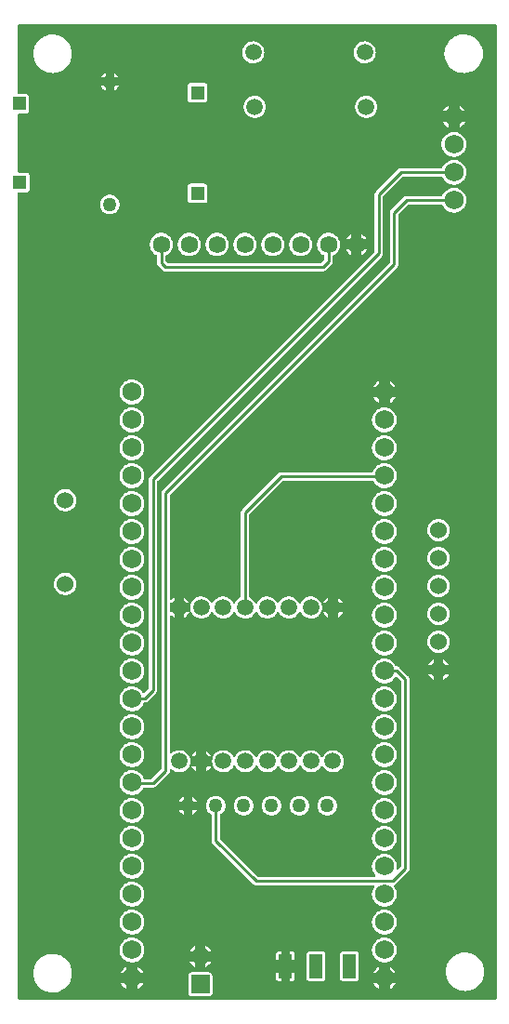
<source format=gbl>
G04 Layer: BottomLayer*
G04 EasyEDA v6.5.47, 2024-12-05 12:15:10*
G04 a8db0baa4c074055b0eece098b67d136,1af081c9d9ee461384659aa0797497b1,10*
G04 Gerber Generator version 0.2*
G04 Scale: 100 percent, Rotated: No, Reflected: No *
G04 Dimensions in millimeters *
G04 leading zeros omitted , absolute positions ,4 integer and 5 decimal *
%FSLAX45Y45*%
%MOMM*%

%ADD10C,0.2540*%
%ADD11C,1.5900*%
%ADD12C,1.2600*%
%ADD13R,1.2600X1.2600*%
%ADD14R,1.2116X2.1819*%
%ADD15R,1.6510X1.6510*%
%ADD16C,1.6510*%
%ADD17C,1.5000*%
%ADD18C,1.5240*%
%ADD19C,1.7500*%
%ADD20C,1.7500*%
%ADD21C,0.0122*%

%LPD*%
G36*
X619760Y1168400D02*
G01*
X615848Y1169162D01*
X612597Y1171397D01*
X610362Y1174648D01*
X609600Y1178560D01*
X609600Y8508339D01*
X610362Y8512200D01*
X612597Y8515502D01*
X615848Y8517737D01*
X619760Y8518499D01*
X689152Y8518499D01*
X695452Y8519210D01*
X700938Y8521090D01*
X705815Y8524189D01*
X709930Y8528304D01*
X712978Y8533180D01*
X714908Y8538667D01*
X715619Y8544966D01*
X715619Y8669832D01*
X714908Y8676132D01*
X712978Y8681618D01*
X709930Y8686495D01*
X705815Y8690610D01*
X700938Y8693708D01*
X695452Y8695588D01*
X689152Y8696299D01*
X619760Y8696299D01*
X615848Y8697061D01*
X612597Y8699296D01*
X610362Y8702598D01*
X609600Y8706459D01*
X609600Y9225940D01*
X610362Y9229801D01*
X612597Y9233103D01*
X615848Y9235338D01*
X619760Y9236100D01*
X683107Y9236100D01*
X689457Y9236811D01*
X694893Y9238691D01*
X699820Y9241790D01*
X703884Y9245904D01*
X706983Y9250781D01*
X708914Y9256268D01*
X709625Y9262567D01*
X709625Y9387433D01*
X708914Y9393732D01*
X706983Y9399219D01*
X703884Y9404096D01*
X699820Y9408210D01*
X694893Y9411309D01*
X689457Y9413189D01*
X683107Y9413900D01*
X619760Y9413900D01*
X615848Y9414662D01*
X612597Y9416897D01*
X610362Y9420199D01*
X609600Y9424060D01*
X609600Y10035540D01*
X610362Y10039451D01*
X612597Y10042702D01*
X615848Y10044938D01*
X619760Y10045700D01*
X4968240Y10045700D01*
X4972151Y10044938D01*
X4975402Y10042702D01*
X4977638Y10039451D01*
X4978400Y10035540D01*
X4978400Y1185316D01*
X4977638Y1181404D01*
X4975402Y1178102D01*
X4968697Y1171397D01*
X4965395Y1169162D01*
X4961483Y1168400D01*
G37*

%LPC*%
G36*
X2191308Y1199642D02*
G01*
X2355291Y1199642D01*
X2361590Y1200353D01*
X2367076Y1202283D01*
X2371953Y1205331D01*
X2376068Y1209446D01*
X2379116Y1214323D01*
X2381046Y1219809D01*
X2381758Y1226108D01*
X2381758Y1390091D01*
X2381046Y1396390D01*
X2379116Y1401876D01*
X2376068Y1406753D01*
X2371953Y1410868D01*
X2367076Y1413916D01*
X2361590Y1415846D01*
X2355291Y1416558D01*
X2191308Y1416558D01*
X2185009Y1415846D01*
X2179523Y1413916D01*
X2174646Y1410868D01*
X2170531Y1406753D01*
X2167483Y1401876D01*
X2165553Y1396390D01*
X2164842Y1390091D01*
X2164842Y1226108D01*
X2165553Y1219809D01*
X2167483Y1214323D01*
X2170531Y1209446D01*
X2174646Y1205331D01*
X2179523Y1202283D01*
X2185009Y1200353D01*
G37*
G36*
X931621Y1233881D02*
G01*
X949706Y1235252D01*
X967486Y1238504D01*
X984910Y1243584D01*
X1001674Y1250391D01*
X1017625Y1258925D01*
X1032662Y1269034D01*
X1046581Y1280617D01*
X1059230Y1293571D01*
X1070457Y1307795D01*
X1080160Y1323086D01*
X1088288Y1339240D01*
X1094638Y1356207D01*
X1099261Y1373733D01*
X1102055Y1391615D01*
X1102969Y1409700D01*
X1102055Y1427784D01*
X1099261Y1445666D01*
X1094638Y1463192D01*
X1088288Y1480159D01*
X1080160Y1496314D01*
X1070457Y1511604D01*
X1059230Y1525828D01*
X1046581Y1538782D01*
X1032662Y1550365D01*
X1017625Y1560474D01*
X1001674Y1569008D01*
X984910Y1575816D01*
X967486Y1580896D01*
X949706Y1584147D01*
X931621Y1585518D01*
X913536Y1585061D01*
X895553Y1582724D01*
X877925Y1578610D01*
X860856Y1572615D01*
X844448Y1564944D01*
X828903Y1555648D01*
X814425Y1544777D01*
X801116Y1532483D01*
X789178Y1518869D01*
X778662Y1504086D01*
X769772Y1488338D01*
X762508Y1471726D01*
X757021Y1454505D01*
X753313Y1436776D01*
X751433Y1418742D01*
X751433Y1400657D01*
X753313Y1382623D01*
X757021Y1364894D01*
X762508Y1347673D01*
X769772Y1331061D01*
X778662Y1315313D01*
X789178Y1300530D01*
X801116Y1286916D01*
X814425Y1274622D01*
X828903Y1263751D01*
X844448Y1254455D01*
X860856Y1246784D01*
X877925Y1240790D01*
X895553Y1236675D01*
X913536Y1234338D01*
G37*
G36*
X4690821Y1246581D02*
G01*
X4708906Y1247952D01*
X4726686Y1251204D01*
X4744110Y1256284D01*
X4760874Y1263091D01*
X4776825Y1271625D01*
X4791862Y1281734D01*
X4805781Y1293317D01*
X4818430Y1306271D01*
X4829657Y1320495D01*
X4839360Y1335786D01*
X4847488Y1351940D01*
X4853838Y1368907D01*
X4858461Y1386433D01*
X4861255Y1404315D01*
X4862169Y1422400D01*
X4861255Y1440484D01*
X4858461Y1458366D01*
X4853838Y1475892D01*
X4847488Y1492859D01*
X4839360Y1509014D01*
X4829657Y1524304D01*
X4818430Y1538528D01*
X4805781Y1551482D01*
X4791862Y1563065D01*
X4776825Y1573174D01*
X4760874Y1581708D01*
X4744110Y1588516D01*
X4726686Y1593596D01*
X4708906Y1596847D01*
X4690821Y1598218D01*
X4672736Y1597761D01*
X4654753Y1595424D01*
X4637125Y1591310D01*
X4620056Y1585315D01*
X4603648Y1577644D01*
X4588103Y1568348D01*
X4573625Y1557477D01*
X4560316Y1545183D01*
X4548378Y1531569D01*
X4537862Y1516786D01*
X4528972Y1501038D01*
X4521708Y1484426D01*
X4516221Y1467205D01*
X4512513Y1449476D01*
X4510633Y1431442D01*
X4510633Y1413357D01*
X4512513Y1395323D01*
X4516221Y1377594D01*
X4521708Y1360373D01*
X4528972Y1343761D01*
X4537862Y1328013D01*
X4548378Y1313230D01*
X4560316Y1299616D01*
X4573625Y1287322D01*
X4588103Y1276451D01*
X4603648Y1267155D01*
X4620056Y1259484D01*
X4637125Y1253490D01*
X4654753Y1249375D01*
X4672736Y1247038D01*
G37*
G36*
X1599996Y1264412D02*
G01*
X1599996Y1315872D01*
X1548434Y1315872D01*
X1555089Y1304137D01*
X1563776Y1292504D01*
X1573885Y1282039D01*
X1585214Y1272997D01*
X1597660Y1265478D01*
G37*
G36*
X3899966Y1264412D02*
G01*
X3899966Y1315923D01*
X3848455Y1315923D01*
X3855059Y1304137D01*
X3863746Y1292504D01*
X3873855Y1282039D01*
X3885234Y1272997D01*
X3897629Y1265478D01*
G37*
G36*
X1700174Y1264513D02*
G01*
X1708861Y1269034D01*
X1720799Y1277366D01*
X1731568Y1287119D01*
X1740966Y1298194D01*
X1748891Y1310335D01*
X1751584Y1315872D01*
X1700174Y1315872D01*
G37*
G36*
X4000195Y1264513D02*
G01*
X4008882Y1269034D01*
X4020769Y1277366D01*
X4031538Y1287119D01*
X4040936Y1298194D01*
X4048912Y1310335D01*
X4051554Y1315923D01*
X4000195Y1315923D01*
G37*
G36*
X3084626Y1338173D02*
G01*
X3107994Y1338173D01*
X3114344Y1338935D01*
X3119780Y1340815D01*
X3124708Y1343914D01*
X3128772Y1347978D01*
X3131870Y1352905D01*
X3133750Y1358341D01*
X3134461Y1364691D01*
X3134461Y1412290D01*
X3084626Y1412290D01*
G37*
G36*
X2988005Y1338173D02*
G01*
X3011373Y1338173D01*
X3011373Y1412290D01*
X2961538Y1412290D01*
X2961538Y1364691D01*
X2962249Y1358341D01*
X2964129Y1352905D01*
X2967228Y1347978D01*
X2971292Y1343914D01*
X2976219Y1340815D01*
X2981655Y1338935D01*
G37*
G36*
X3267405Y1338173D02*
G01*
X3387394Y1338173D01*
X3393744Y1338935D01*
X3399180Y1340815D01*
X3404108Y1343914D01*
X3408172Y1347978D01*
X3411270Y1352905D01*
X3413150Y1358341D01*
X3413861Y1364691D01*
X3413861Y1581708D01*
X3413150Y1588058D01*
X3411270Y1593494D01*
X3408172Y1598422D01*
X3404108Y1602486D01*
X3399180Y1605584D01*
X3393744Y1607464D01*
X3387394Y1608175D01*
X3267405Y1608175D01*
X3261055Y1607464D01*
X3255619Y1605584D01*
X3250692Y1602486D01*
X3246628Y1598422D01*
X3243529Y1593494D01*
X3241649Y1588058D01*
X3240938Y1581708D01*
X3240938Y1364691D01*
X3241649Y1358341D01*
X3243529Y1352905D01*
X3246628Y1347978D01*
X3250692Y1343914D01*
X3255619Y1340815D01*
X3261055Y1338935D01*
G37*
G36*
X3572205Y1338173D02*
G01*
X3692194Y1338173D01*
X3698544Y1338935D01*
X3703980Y1340815D01*
X3708908Y1343914D01*
X3712972Y1347978D01*
X3716070Y1352905D01*
X3717950Y1358341D01*
X3718661Y1364691D01*
X3718661Y1581708D01*
X3717950Y1588058D01*
X3716070Y1593494D01*
X3712972Y1598422D01*
X3708908Y1602486D01*
X3703980Y1605584D01*
X3698544Y1607464D01*
X3692194Y1608175D01*
X3572205Y1608175D01*
X3565855Y1607464D01*
X3560419Y1605584D01*
X3555492Y1602486D01*
X3551428Y1598422D01*
X3548329Y1593494D01*
X3546449Y1588058D01*
X3545738Y1581708D01*
X3545738Y1364691D01*
X3546449Y1358341D01*
X3548329Y1352905D01*
X3551428Y1347978D01*
X3555492Y1343914D01*
X3560419Y1340815D01*
X3565855Y1338935D01*
G37*
G36*
X1700174Y1416100D02*
G01*
X1751584Y1416100D01*
X1748891Y1421638D01*
X1740966Y1433830D01*
X1731568Y1444853D01*
X1720799Y1454658D01*
X1708861Y1462938D01*
X1700174Y1467510D01*
G37*
G36*
X4000195Y1416100D02*
G01*
X4051554Y1416100D01*
X4048912Y1421638D01*
X4040936Y1433830D01*
X4031538Y1444904D01*
X4020769Y1454658D01*
X4008882Y1462938D01*
X4000195Y1467510D01*
G37*
G36*
X1548434Y1416100D02*
G01*
X1599996Y1416100D01*
X1599996Y1467561D01*
X1597660Y1466545D01*
X1585214Y1458976D01*
X1573885Y1449933D01*
X1563776Y1439519D01*
X1555089Y1427835D01*
G37*
G36*
X3848455Y1416100D02*
G01*
X3899966Y1416100D01*
X3899966Y1467561D01*
X3897629Y1466545D01*
X3885234Y1458976D01*
X3873855Y1449933D01*
X3863746Y1439519D01*
X3855059Y1427835D01*
G37*
G36*
X2225700Y1464919D02*
G01*
X2225700Y1514449D01*
X2176119Y1514449D01*
X2179370Y1507896D01*
X2187295Y1496110D01*
X2196642Y1485442D01*
X2207310Y1476095D01*
X2219096Y1468170D01*
G37*
G36*
X2320950Y1464919D02*
G01*
X2327503Y1468170D01*
X2339289Y1476095D01*
X2349957Y1485442D01*
X2359304Y1496110D01*
X2367229Y1507896D01*
X2370480Y1514449D01*
X2320950Y1514449D01*
G37*
G36*
X1653743Y1506677D02*
G01*
X1668170Y1508048D01*
X1682343Y1511300D01*
X1696008Y1516329D01*
X1708861Y1523034D01*
X1720799Y1531366D01*
X1731568Y1541119D01*
X1740966Y1552194D01*
X1748891Y1564335D01*
X1755190Y1577441D01*
X1759762Y1591259D01*
X1762556Y1605483D01*
X1763471Y1620012D01*
X1762556Y1634489D01*
X1759762Y1648764D01*
X1755190Y1662531D01*
X1748891Y1675638D01*
X1740966Y1687830D01*
X1731568Y1698853D01*
X1720799Y1708657D01*
X1708861Y1716938D01*
X1696008Y1723694D01*
X1682343Y1728673D01*
X1668170Y1731924D01*
X1653743Y1733346D01*
X1639214Y1732838D01*
X1624888Y1730552D01*
X1610918Y1726387D01*
X1597660Y1720545D01*
X1585214Y1712975D01*
X1573885Y1703933D01*
X1563776Y1693519D01*
X1555089Y1681835D01*
X1547926Y1669186D01*
X1542491Y1655724D01*
X1538782Y1641652D01*
X1536954Y1627276D01*
X1536954Y1612747D01*
X1538782Y1598320D01*
X1542491Y1584248D01*
X1547926Y1570786D01*
X1555089Y1558137D01*
X1563776Y1546504D01*
X1573885Y1536039D01*
X1585214Y1526997D01*
X1597660Y1519478D01*
X1610918Y1513586D01*
X1624888Y1509471D01*
X1639214Y1507134D01*
G37*
G36*
X3953713Y1506677D02*
G01*
X3968191Y1508048D01*
X3982364Y1511300D01*
X3995978Y1516329D01*
X4008882Y1523034D01*
X4020769Y1531366D01*
X4031538Y1541119D01*
X4040936Y1552194D01*
X4048912Y1564335D01*
X4055211Y1577441D01*
X4059783Y1591259D01*
X4062526Y1605483D01*
X4063492Y1620012D01*
X4062526Y1634489D01*
X4059783Y1648764D01*
X4055211Y1662531D01*
X4048912Y1675638D01*
X4040936Y1687830D01*
X4031538Y1698904D01*
X4020769Y1708657D01*
X4008882Y1716938D01*
X3995978Y1723694D01*
X3982364Y1728724D01*
X3968191Y1731924D01*
X3953713Y1733346D01*
X3939184Y1732838D01*
X3924858Y1730552D01*
X3910939Y1726387D01*
X3897629Y1720545D01*
X3885234Y1712975D01*
X3873855Y1703933D01*
X3863746Y1693519D01*
X3855059Y1681835D01*
X3847947Y1669186D01*
X3842461Y1655724D01*
X3838803Y1641652D01*
X3836924Y1627276D01*
X3836924Y1612747D01*
X3838803Y1598320D01*
X3842461Y1584248D01*
X3847947Y1570786D01*
X3855059Y1558137D01*
X3863746Y1546504D01*
X3873855Y1536039D01*
X3885234Y1526997D01*
X3897629Y1519478D01*
X3910939Y1513586D01*
X3924858Y1509471D01*
X3939184Y1507134D01*
G37*
G36*
X2961538Y1534109D02*
G01*
X3011373Y1534109D01*
X3011373Y1608175D01*
X2988005Y1608175D01*
X2981655Y1607464D01*
X2976219Y1605584D01*
X2971292Y1602486D01*
X2967228Y1598422D01*
X2964129Y1593494D01*
X2962249Y1588058D01*
X2961538Y1581708D01*
G37*
G36*
X3084626Y1534109D02*
G01*
X3134461Y1534109D01*
X3134461Y1581708D01*
X3133750Y1588058D01*
X3131870Y1593494D01*
X3128772Y1598422D01*
X3124708Y1602486D01*
X3119780Y1605584D01*
X3114344Y1607464D01*
X3107994Y1608175D01*
X3084626Y1608175D01*
G37*
G36*
X2176119Y1609699D02*
G01*
X2225700Y1609699D01*
X2225700Y1659280D01*
X2219096Y1656029D01*
X2207310Y1648104D01*
X2196642Y1638757D01*
X2187295Y1628089D01*
X2179370Y1616303D01*
G37*
G36*
X2320950Y1609699D02*
G01*
X2370480Y1609699D01*
X2367229Y1616303D01*
X2359304Y1628089D01*
X2349957Y1638757D01*
X2339289Y1648104D01*
X2327503Y1656029D01*
X2320950Y1659280D01*
G37*
G36*
X1653743Y1760677D02*
G01*
X1668170Y1762048D01*
X1682343Y1765300D01*
X1696008Y1770329D01*
X1708861Y1777034D01*
X1720799Y1785366D01*
X1731568Y1795119D01*
X1740966Y1806193D01*
X1748891Y1818335D01*
X1755190Y1831441D01*
X1759762Y1845259D01*
X1762556Y1859483D01*
X1763471Y1874012D01*
X1762556Y1888489D01*
X1759762Y1902764D01*
X1755190Y1916531D01*
X1748891Y1929638D01*
X1740966Y1941830D01*
X1731568Y1952853D01*
X1720799Y1962657D01*
X1708861Y1970938D01*
X1696008Y1977694D01*
X1682343Y1982673D01*
X1668170Y1985924D01*
X1653743Y1987346D01*
X1639214Y1986838D01*
X1624888Y1984552D01*
X1610918Y1980387D01*
X1597660Y1974545D01*
X1585214Y1966975D01*
X1573885Y1957933D01*
X1563776Y1947519D01*
X1555089Y1935835D01*
X1547926Y1923186D01*
X1542491Y1909724D01*
X1538782Y1895652D01*
X1536954Y1881276D01*
X1536954Y1866747D01*
X1538782Y1852320D01*
X1542491Y1838248D01*
X1547926Y1824786D01*
X1555089Y1812137D01*
X1563776Y1800504D01*
X1573885Y1790039D01*
X1585214Y1780997D01*
X1597660Y1773478D01*
X1610918Y1767586D01*
X1624888Y1763471D01*
X1639214Y1761134D01*
G37*
G36*
X3953713Y1760677D02*
G01*
X3968191Y1762048D01*
X3982364Y1765300D01*
X3995978Y1770329D01*
X4008882Y1777034D01*
X4020769Y1785366D01*
X4031538Y1795119D01*
X4040936Y1806193D01*
X4048912Y1818335D01*
X4055211Y1831441D01*
X4059783Y1845259D01*
X4062526Y1859483D01*
X4063492Y1874012D01*
X4062526Y1888489D01*
X4059783Y1902764D01*
X4055211Y1916531D01*
X4048912Y1929638D01*
X4040936Y1941830D01*
X4031538Y1952904D01*
X4020769Y1962657D01*
X4008882Y1970938D01*
X3995978Y1977694D01*
X3982364Y1982724D01*
X3968191Y1985924D01*
X3953713Y1987346D01*
X3939184Y1986838D01*
X3924858Y1984552D01*
X3910939Y1980387D01*
X3897629Y1974545D01*
X3885234Y1966975D01*
X3873855Y1957933D01*
X3863746Y1947519D01*
X3855059Y1935835D01*
X3847947Y1923186D01*
X3842461Y1909724D01*
X3838803Y1895652D01*
X3836924Y1881276D01*
X3836924Y1866747D01*
X3838803Y1852320D01*
X3842461Y1838248D01*
X3847947Y1824786D01*
X3855059Y1812137D01*
X3863746Y1800504D01*
X3873855Y1790039D01*
X3885234Y1780997D01*
X3897629Y1773478D01*
X3910939Y1767586D01*
X3924858Y1763471D01*
X3939184Y1761134D01*
G37*
G36*
X1653743Y2014677D02*
G01*
X1668170Y2016048D01*
X1682343Y2019300D01*
X1696008Y2024329D01*
X1708861Y2031034D01*
X1720799Y2039366D01*
X1731568Y2049119D01*
X1740966Y2060193D01*
X1748891Y2072335D01*
X1755190Y2085441D01*
X1759762Y2099259D01*
X1762556Y2113483D01*
X1763471Y2128012D01*
X1762556Y2142490D01*
X1759762Y2156764D01*
X1755190Y2170531D01*
X1748891Y2183638D01*
X1740966Y2195830D01*
X1731568Y2206853D01*
X1720799Y2216658D01*
X1708861Y2224938D01*
X1696008Y2231694D01*
X1682343Y2236673D01*
X1668170Y2239924D01*
X1653743Y2241346D01*
X1639214Y2240838D01*
X1624888Y2238552D01*
X1610918Y2234387D01*
X1597660Y2228545D01*
X1585214Y2220976D01*
X1573885Y2211933D01*
X1563776Y2201519D01*
X1555089Y2189835D01*
X1547926Y2177186D01*
X1542491Y2163724D01*
X1538782Y2149652D01*
X1536954Y2135276D01*
X1536954Y2120747D01*
X1538782Y2106320D01*
X1542491Y2092248D01*
X1547926Y2078786D01*
X1555089Y2066137D01*
X1563776Y2054504D01*
X1573885Y2044039D01*
X1585214Y2034997D01*
X1597660Y2027478D01*
X1610918Y2021586D01*
X1624888Y2017471D01*
X1639214Y2015134D01*
G37*
G36*
X3953713Y2014677D02*
G01*
X3968191Y2016048D01*
X3982364Y2019300D01*
X3995978Y2024329D01*
X4008882Y2031034D01*
X4020769Y2039366D01*
X4031538Y2049119D01*
X4040936Y2060193D01*
X4048912Y2072335D01*
X4055211Y2085441D01*
X4059783Y2099259D01*
X4062526Y2113483D01*
X4063492Y2128012D01*
X4062526Y2142490D01*
X4059783Y2156764D01*
X4055211Y2170531D01*
X4048912Y2183638D01*
X4040936Y2195830D01*
X4039412Y2197658D01*
X4037329Y2201621D01*
X4037177Y2206142D01*
X4038955Y2210257D01*
X4042359Y2213203D01*
X4047337Y2215845D01*
X4053535Y2220976D01*
X4167124Y2334564D01*
X4172254Y2340762D01*
X4175810Y2347468D01*
X4177995Y2354681D01*
X4178808Y2362708D01*
X4178808Y4088892D01*
X4177995Y4096918D01*
X4175810Y4104132D01*
X4172254Y4110837D01*
X4167124Y4117035D01*
X4091635Y4192524D01*
X4085437Y4197654D01*
X4078732Y4201210D01*
X4071518Y4203395D01*
X4063492Y4204208D01*
X4060799Y4204208D01*
X4057040Y4204919D01*
X4053840Y4206900D01*
X4051604Y4209948D01*
X4048912Y4215638D01*
X4040936Y4227830D01*
X4031538Y4238853D01*
X4020769Y4248658D01*
X4008882Y4256938D01*
X3995978Y4263694D01*
X3982364Y4268673D01*
X3968191Y4271924D01*
X3953713Y4273346D01*
X3939184Y4272838D01*
X3924858Y4270552D01*
X3910939Y4266387D01*
X3897629Y4260545D01*
X3885234Y4252976D01*
X3873855Y4243933D01*
X3863746Y4233519D01*
X3855059Y4221835D01*
X3847947Y4209186D01*
X3842461Y4195724D01*
X3838803Y4181652D01*
X3836924Y4167276D01*
X3836924Y4152747D01*
X3838803Y4138320D01*
X3842461Y4124248D01*
X3847947Y4110786D01*
X3855059Y4098137D01*
X3863746Y4086504D01*
X3873855Y4076039D01*
X3885234Y4066997D01*
X3897629Y4059478D01*
X3910939Y4053586D01*
X3924858Y4049471D01*
X3939184Y4047134D01*
X3953713Y4046677D01*
X3968191Y4048048D01*
X3982364Y4051300D01*
X3995978Y4056329D01*
X4008882Y4063034D01*
X4020769Y4071365D01*
X4031538Y4081119D01*
X4040936Y4092194D01*
X4048912Y4104335D01*
X4049725Y4106113D01*
X4052062Y4109212D01*
X4055313Y4111244D01*
X4059123Y4111904D01*
X4062882Y4111091D01*
X4066082Y4108907D01*
X4098594Y4076395D01*
X4100829Y4073093D01*
X4101592Y4069181D01*
X4101592Y2382418D01*
X4100829Y2378506D01*
X4098594Y2375204D01*
X4079189Y2355799D01*
X4075582Y2353462D01*
X4071365Y2352852D01*
X4067251Y2354021D01*
X4064000Y2356764D01*
X4062120Y2360625D01*
X4062069Y2364943D01*
X4062526Y2367483D01*
X4063492Y2382012D01*
X4062526Y2396490D01*
X4059783Y2410764D01*
X4055211Y2424531D01*
X4048912Y2437638D01*
X4040936Y2449830D01*
X4031538Y2460853D01*
X4020769Y2470658D01*
X4008882Y2478938D01*
X3995978Y2485694D01*
X3982364Y2490673D01*
X3968191Y2493924D01*
X3953713Y2495346D01*
X3939184Y2494838D01*
X3924858Y2492552D01*
X3910939Y2488387D01*
X3897629Y2482545D01*
X3885234Y2474976D01*
X3873855Y2465933D01*
X3863746Y2455519D01*
X3855059Y2443835D01*
X3847947Y2431186D01*
X3842461Y2417724D01*
X3838803Y2403652D01*
X3836924Y2389276D01*
X3836924Y2374747D01*
X3838803Y2360320D01*
X3842461Y2346248D01*
X3847947Y2332786D01*
X3855059Y2320137D01*
X3863746Y2308504D01*
X3868369Y2303729D01*
X3870502Y2300427D01*
X3871214Y2296566D01*
X3870401Y2292705D01*
X3868216Y2289454D01*
X3864914Y2287270D01*
X3861054Y2286508D01*
X2801518Y2286508D01*
X2797606Y2287270D01*
X2794304Y2289505D01*
X2454605Y2629204D01*
X2452370Y2632506D01*
X2451608Y2636418D01*
X2451608Y2848660D01*
X2452268Y2852216D01*
X2454097Y2855315D01*
X2456891Y2857550D01*
X2461056Y2859836D01*
X2471216Y2867406D01*
X2480157Y2876397D01*
X2487777Y2886557D01*
X2493873Y2897682D01*
X2498293Y2909570D01*
X2500985Y2921965D01*
X2501900Y2934614D01*
X2500985Y2947263D01*
X2498293Y2959658D01*
X2493873Y2971546D01*
X2487777Y2982671D01*
X2480157Y2992780D01*
X2471216Y3001772D01*
X2461056Y3009392D01*
X2449931Y3015437D01*
X2438044Y3019856D01*
X2425649Y3022600D01*
X2413000Y3023463D01*
X2400350Y3022600D01*
X2387955Y3019856D01*
X2376068Y3015437D01*
X2364943Y3009392D01*
X2354783Y3001772D01*
X2345842Y2992780D01*
X2338222Y2982671D01*
X2332126Y2971546D01*
X2327706Y2959658D01*
X2325014Y2947263D01*
X2324100Y2934614D01*
X2325014Y2921965D01*
X2327706Y2909570D01*
X2332126Y2897682D01*
X2338222Y2886557D01*
X2345842Y2876397D01*
X2354783Y2867406D01*
X2364943Y2859836D01*
X2369108Y2857550D01*
X2371902Y2855315D01*
X2373731Y2852216D01*
X2374392Y2848660D01*
X2374392Y2616708D01*
X2375204Y2608681D01*
X2377389Y2601468D01*
X2380945Y2594762D01*
X2386076Y2588564D01*
X2753664Y2220976D01*
X2759862Y2215845D01*
X2766568Y2212289D01*
X2773781Y2210104D01*
X2781808Y2209292D01*
X3849319Y2209292D01*
X3853637Y2208326D01*
X3857193Y2205583D01*
X3859174Y2201570D01*
X3859276Y2197150D01*
X3857447Y2193036D01*
X3855059Y2189835D01*
X3847947Y2177186D01*
X3842461Y2163724D01*
X3838803Y2149652D01*
X3836924Y2135276D01*
X3836924Y2120747D01*
X3838803Y2106320D01*
X3842461Y2092248D01*
X3847947Y2078786D01*
X3855059Y2066137D01*
X3863746Y2054504D01*
X3873855Y2044039D01*
X3885234Y2034997D01*
X3897629Y2027478D01*
X3910939Y2021586D01*
X3924858Y2017471D01*
X3939184Y2015134D01*
G37*
G36*
X1653743Y2268677D02*
G01*
X1668170Y2270048D01*
X1682343Y2273300D01*
X1696008Y2278329D01*
X1708861Y2285034D01*
X1720799Y2293366D01*
X1731568Y2303119D01*
X1740966Y2314194D01*
X1748891Y2326335D01*
X1755190Y2339441D01*
X1759762Y2353208D01*
X1762556Y2367483D01*
X1763471Y2382012D01*
X1762556Y2396490D01*
X1759762Y2410764D01*
X1755190Y2424531D01*
X1748891Y2437638D01*
X1740966Y2449830D01*
X1731568Y2460853D01*
X1720799Y2470658D01*
X1708861Y2478938D01*
X1696008Y2485694D01*
X1682343Y2490673D01*
X1668170Y2493924D01*
X1653743Y2495346D01*
X1639214Y2494838D01*
X1624888Y2492552D01*
X1610918Y2488387D01*
X1597660Y2482545D01*
X1585214Y2474976D01*
X1573885Y2465933D01*
X1563776Y2455519D01*
X1555089Y2443835D01*
X1547926Y2431186D01*
X1542491Y2417724D01*
X1538782Y2403652D01*
X1536954Y2389276D01*
X1536954Y2374747D01*
X1538782Y2360320D01*
X1542491Y2346248D01*
X1547926Y2332786D01*
X1555089Y2320137D01*
X1563776Y2308504D01*
X1573885Y2298039D01*
X1585214Y2288997D01*
X1597660Y2281478D01*
X1610918Y2275586D01*
X1624888Y2271471D01*
X1639214Y2269134D01*
G37*
G36*
X1653743Y2522677D02*
G01*
X1668170Y2524048D01*
X1682343Y2527300D01*
X1696008Y2532329D01*
X1708861Y2539034D01*
X1720799Y2547366D01*
X1731568Y2557119D01*
X1740966Y2568194D01*
X1748891Y2580335D01*
X1755190Y2593441D01*
X1759762Y2607208D01*
X1762556Y2621483D01*
X1763471Y2636012D01*
X1762556Y2650490D01*
X1759762Y2664764D01*
X1755190Y2678531D01*
X1748891Y2691638D01*
X1740966Y2703830D01*
X1731568Y2714853D01*
X1720799Y2724658D01*
X1708861Y2732938D01*
X1696008Y2739694D01*
X1682343Y2744673D01*
X1668170Y2747924D01*
X1653743Y2749346D01*
X1639214Y2748838D01*
X1624888Y2746552D01*
X1610918Y2742387D01*
X1597660Y2736545D01*
X1585214Y2728976D01*
X1573885Y2719933D01*
X1563776Y2709519D01*
X1555089Y2697835D01*
X1547926Y2685186D01*
X1542491Y2671724D01*
X1538782Y2657652D01*
X1536954Y2643276D01*
X1536954Y2628747D01*
X1538782Y2614320D01*
X1542491Y2600248D01*
X1547926Y2586786D01*
X1555089Y2574137D01*
X1563776Y2562504D01*
X1573885Y2552039D01*
X1585214Y2542997D01*
X1597660Y2535478D01*
X1610918Y2529586D01*
X1624888Y2525471D01*
X1639214Y2523134D01*
G37*
G36*
X3953713Y2522677D02*
G01*
X3968191Y2524048D01*
X3982364Y2527300D01*
X3995978Y2532329D01*
X4008882Y2539034D01*
X4020769Y2547366D01*
X4031538Y2557119D01*
X4040936Y2568194D01*
X4048912Y2580335D01*
X4055211Y2593441D01*
X4059783Y2607259D01*
X4062526Y2621483D01*
X4063492Y2636012D01*
X4062526Y2650490D01*
X4059783Y2664764D01*
X4055211Y2678531D01*
X4048912Y2691638D01*
X4040936Y2703830D01*
X4031538Y2714853D01*
X4020769Y2724658D01*
X4008882Y2732938D01*
X3995978Y2739694D01*
X3982364Y2744673D01*
X3968191Y2747924D01*
X3953713Y2749346D01*
X3939184Y2748838D01*
X3924858Y2746552D01*
X3910939Y2742387D01*
X3897629Y2736545D01*
X3885234Y2728976D01*
X3873855Y2719933D01*
X3863746Y2709519D01*
X3855059Y2697835D01*
X3847947Y2685186D01*
X3842461Y2671724D01*
X3838803Y2657652D01*
X3836924Y2643276D01*
X3836924Y2628747D01*
X3838803Y2614320D01*
X3842461Y2600248D01*
X3847947Y2586786D01*
X3855059Y2574137D01*
X3863746Y2562504D01*
X3873855Y2552039D01*
X3885234Y2542997D01*
X3897629Y2535478D01*
X3910939Y2529586D01*
X3924858Y2525471D01*
X3939184Y2523134D01*
G37*
G36*
X1653743Y2776677D02*
G01*
X1668170Y2778048D01*
X1682343Y2781300D01*
X1696008Y2786329D01*
X1708861Y2793034D01*
X1720799Y2801366D01*
X1731568Y2811119D01*
X1740966Y2822194D01*
X1748891Y2834335D01*
X1755190Y2847441D01*
X1759762Y2861208D01*
X1762556Y2875483D01*
X1763471Y2890012D01*
X1762556Y2904490D01*
X1759762Y2918764D01*
X1755190Y2932531D01*
X1748891Y2945638D01*
X1740966Y2957830D01*
X1731568Y2968853D01*
X1720799Y2978658D01*
X1708861Y2986938D01*
X1696008Y2993694D01*
X1682343Y2998673D01*
X1668170Y3001924D01*
X1653743Y3003346D01*
X1639214Y3002838D01*
X1624888Y3000552D01*
X1610918Y2996387D01*
X1597660Y2990545D01*
X1585214Y2982976D01*
X1573885Y2973933D01*
X1563776Y2963519D01*
X1555089Y2951835D01*
X1547926Y2939186D01*
X1542491Y2925724D01*
X1538782Y2911652D01*
X1536954Y2897276D01*
X1536954Y2882747D01*
X1538782Y2868320D01*
X1542491Y2854248D01*
X1547926Y2840786D01*
X1555089Y2828137D01*
X1563776Y2816504D01*
X1573885Y2806039D01*
X1585214Y2796997D01*
X1597660Y2789478D01*
X1610918Y2783586D01*
X1624888Y2779471D01*
X1639214Y2777134D01*
G37*
G36*
X3953713Y2776677D02*
G01*
X3968191Y2778048D01*
X3982364Y2781300D01*
X3995978Y2786329D01*
X4008882Y2793034D01*
X4020769Y2801366D01*
X4031538Y2811119D01*
X4040936Y2822194D01*
X4048912Y2834335D01*
X4055211Y2847441D01*
X4059783Y2861259D01*
X4062526Y2875483D01*
X4063492Y2890012D01*
X4062526Y2904490D01*
X4059783Y2918764D01*
X4055211Y2932531D01*
X4048912Y2945638D01*
X4040936Y2957830D01*
X4031538Y2968853D01*
X4020769Y2978658D01*
X4008882Y2986938D01*
X3995978Y2993694D01*
X3982364Y2998673D01*
X3968191Y3001924D01*
X3953713Y3003346D01*
X3939184Y3002838D01*
X3924858Y3000552D01*
X3910939Y2996387D01*
X3897629Y2990545D01*
X3885234Y2982976D01*
X3873855Y2973933D01*
X3863746Y2963519D01*
X3855059Y2951835D01*
X3847947Y2939186D01*
X3842461Y2925724D01*
X3838803Y2911652D01*
X3836924Y2897276D01*
X3836924Y2882747D01*
X3838803Y2868320D01*
X3842461Y2854248D01*
X3847947Y2840786D01*
X3855059Y2828137D01*
X3863746Y2816504D01*
X3873855Y2806039D01*
X3885234Y2796997D01*
X3897629Y2789478D01*
X3910939Y2783586D01*
X3924858Y2779471D01*
X3939184Y2777134D01*
G37*
G36*
X2921000Y2845714D02*
G01*
X2933649Y2846628D01*
X2946044Y2849321D01*
X2957931Y2853740D01*
X2969056Y2859836D01*
X2979216Y2867406D01*
X2988157Y2876397D01*
X2995777Y2886557D01*
X3001822Y2897682D01*
X3006293Y2909570D01*
X3008985Y2921965D01*
X3009900Y2934614D01*
X3008985Y2947263D01*
X3006293Y2959658D01*
X3001822Y2971546D01*
X2995777Y2982671D01*
X2988157Y2992780D01*
X2979216Y3001772D01*
X2969056Y3009392D01*
X2957931Y3015437D01*
X2946044Y3019856D01*
X2933649Y3022600D01*
X2921000Y3023463D01*
X2908350Y3022600D01*
X2895955Y3019856D01*
X2884068Y3015437D01*
X2872943Y3009392D01*
X2862783Y3001772D01*
X2853842Y2992780D01*
X2846222Y2982671D01*
X2840126Y2971546D01*
X2835706Y2959658D01*
X2833014Y2947263D01*
X2832100Y2934614D01*
X2833014Y2921965D01*
X2835706Y2909570D01*
X2840126Y2897682D01*
X2846222Y2886557D01*
X2853842Y2876397D01*
X2862783Y2867406D01*
X2872943Y2859836D01*
X2884068Y2853740D01*
X2895955Y2849321D01*
X2908350Y2846628D01*
G37*
G36*
X3429000Y2845714D02*
G01*
X3441649Y2846628D01*
X3454044Y2849321D01*
X3465931Y2853740D01*
X3477056Y2859836D01*
X3487216Y2867406D01*
X3496157Y2876397D01*
X3503777Y2886557D01*
X3509822Y2897682D01*
X3514293Y2909570D01*
X3516985Y2921965D01*
X3517900Y2934614D01*
X3516985Y2947263D01*
X3514293Y2959658D01*
X3509822Y2971546D01*
X3503777Y2982671D01*
X3496157Y2992780D01*
X3487216Y3001772D01*
X3477056Y3009392D01*
X3465931Y3015437D01*
X3454044Y3019856D01*
X3441649Y3022600D01*
X3429000Y3023463D01*
X3416350Y3022600D01*
X3403955Y3019856D01*
X3392068Y3015437D01*
X3380943Y3009392D01*
X3370783Y3001772D01*
X3361842Y2992780D01*
X3354222Y2982671D01*
X3348126Y2971546D01*
X3343706Y2959658D01*
X3341014Y2947263D01*
X3340100Y2934614D01*
X3341014Y2921965D01*
X3343706Y2909570D01*
X3348126Y2897682D01*
X3354222Y2886557D01*
X3361842Y2876397D01*
X3370783Y2867406D01*
X3380943Y2859836D01*
X3392068Y2853740D01*
X3403955Y2849321D01*
X3416350Y2846628D01*
G37*
G36*
X3175000Y2845714D02*
G01*
X3187649Y2846628D01*
X3200044Y2849321D01*
X3211931Y2853740D01*
X3223056Y2859836D01*
X3233216Y2867406D01*
X3242157Y2876397D01*
X3249777Y2886557D01*
X3255822Y2897682D01*
X3260293Y2909570D01*
X3262985Y2921965D01*
X3263900Y2934614D01*
X3262985Y2947263D01*
X3260293Y2959658D01*
X3255822Y2971546D01*
X3249777Y2982671D01*
X3242157Y2992780D01*
X3233216Y3001772D01*
X3223056Y3009392D01*
X3211931Y3015437D01*
X3200044Y3019856D01*
X3187649Y3022600D01*
X3175000Y3023463D01*
X3162350Y3022600D01*
X3149955Y3019856D01*
X3138068Y3015437D01*
X3126943Y3009392D01*
X3116783Y3001772D01*
X3107842Y2992780D01*
X3100222Y2982671D01*
X3094126Y2971546D01*
X3089706Y2959658D01*
X3087014Y2947263D01*
X3086100Y2934614D01*
X3087014Y2921965D01*
X3089706Y2909570D01*
X3094126Y2897682D01*
X3100222Y2886557D01*
X3107842Y2876397D01*
X3116783Y2867406D01*
X3126943Y2859836D01*
X3138068Y2853740D01*
X3149955Y2849321D01*
X3162350Y2846628D01*
G37*
G36*
X2667000Y2845714D02*
G01*
X2679649Y2846628D01*
X2692044Y2849321D01*
X2703931Y2853740D01*
X2715056Y2859836D01*
X2725216Y2867406D01*
X2734157Y2876397D01*
X2741777Y2886557D01*
X2747873Y2897682D01*
X2752293Y2909570D01*
X2754985Y2921965D01*
X2755900Y2934614D01*
X2754985Y2947263D01*
X2752293Y2959658D01*
X2747873Y2971546D01*
X2741777Y2982671D01*
X2734157Y2992780D01*
X2725216Y3001772D01*
X2715056Y3009392D01*
X2703931Y3015437D01*
X2692044Y3019856D01*
X2679649Y3022600D01*
X2667000Y3023463D01*
X2654350Y3022600D01*
X2641955Y3019856D01*
X2630068Y3015437D01*
X2618943Y3009392D01*
X2608783Y3001772D01*
X2599842Y2992780D01*
X2592222Y2982671D01*
X2586126Y2971546D01*
X2581706Y2959658D01*
X2579014Y2947263D01*
X2578100Y2934614D01*
X2579014Y2921965D01*
X2581706Y2909570D01*
X2586126Y2897682D01*
X2592222Y2886557D01*
X2599842Y2876397D01*
X2608783Y2867406D01*
X2618943Y2859836D01*
X2630068Y2853740D01*
X2641955Y2849321D01*
X2654350Y2846628D01*
G37*
G36*
X2121154Y2854248D02*
G01*
X2121154Y2896768D01*
X2078634Y2896768D01*
X2084222Y2886557D01*
X2091842Y2876397D01*
X2100783Y2867406D01*
X2110943Y2859836D01*
G37*
G36*
X2196846Y2854248D02*
G01*
X2207056Y2859836D01*
X2217216Y2867406D01*
X2226157Y2876397D01*
X2233777Y2886557D01*
X2239365Y2896768D01*
X2196846Y2896768D01*
G37*
G36*
X2196846Y2972460D02*
G01*
X2239365Y2972460D01*
X2233777Y2982671D01*
X2226157Y2992780D01*
X2217216Y3001772D01*
X2207056Y3009392D01*
X2196846Y3014929D01*
G37*
G36*
X2078634Y2972460D02*
G01*
X2121154Y2972460D01*
X2121154Y3014929D01*
X2110943Y3009392D01*
X2100783Y3001772D01*
X2091842Y2992780D01*
X2084222Y2982671D01*
G37*
G36*
X3953713Y3030677D02*
G01*
X3968191Y3032048D01*
X3982364Y3035300D01*
X3995978Y3040329D01*
X4008882Y3047034D01*
X4020769Y3055366D01*
X4031538Y3065119D01*
X4040936Y3076194D01*
X4048912Y3088335D01*
X4055211Y3101441D01*
X4059783Y3115208D01*
X4062526Y3129483D01*
X4063492Y3144012D01*
X4062526Y3158490D01*
X4059783Y3172764D01*
X4055211Y3186531D01*
X4048912Y3199638D01*
X4040936Y3211830D01*
X4031538Y3222853D01*
X4020769Y3232658D01*
X4008882Y3240938D01*
X3995978Y3247694D01*
X3982364Y3252673D01*
X3968191Y3255924D01*
X3953713Y3257346D01*
X3939184Y3256838D01*
X3924858Y3254552D01*
X3910939Y3250387D01*
X3897629Y3244545D01*
X3885234Y3236976D01*
X3873855Y3227933D01*
X3863746Y3217519D01*
X3855059Y3205835D01*
X3847947Y3193186D01*
X3842461Y3179724D01*
X3838803Y3165652D01*
X3836924Y3151276D01*
X3836924Y3136747D01*
X3838803Y3122320D01*
X3842461Y3108248D01*
X3847947Y3094786D01*
X3855059Y3082137D01*
X3863746Y3070504D01*
X3873855Y3060039D01*
X3885234Y3050997D01*
X3897629Y3043478D01*
X3910939Y3037586D01*
X3924858Y3033471D01*
X3939184Y3031134D01*
G37*
G36*
X1653743Y3030677D02*
G01*
X1668170Y3032048D01*
X1682343Y3035300D01*
X1696008Y3040329D01*
X1708861Y3047034D01*
X1720799Y3055366D01*
X1731568Y3065119D01*
X1740966Y3076194D01*
X1748891Y3088335D01*
X1750923Y3092551D01*
X1753158Y3095599D01*
X1756359Y3097580D01*
X1760067Y3098292D01*
X1840992Y3098292D01*
X1849018Y3099104D01*
X1856232Y3101289D01*
X1862937Y3104845D01*
X1869135Y3109976D01*
X1982724Y3223564D01*
X1987854Y3229762D01*
X1991410Y3236468D01*
X1993595Y3243681D01*
X1994407Y3251708D01*
X1994407Y3258667D01*
X1995170Y3262528D01*
X1997354Y3265779D01*
X2000605Y3268014D01*
X2004466Y3268827D01*
X2008327Y3268065D01*
X2011629Y3265932D01*
X2016150Y3261563D01*
X2027021Y3253587D01*
X2038857Y3247085D01*
X2051405Y3242259D01*
X2064512Y3239109D01*
X2077923Y3237788D01*
X2091385Y3238246D01*
X2104694Y3240481D01*
X2117547Y3244443D01*
X2129790Y3250133D01*
X2141169Y3257397D01*
X2151430Y3266084D01*
X2160473Y3276092D01*
X2168093Y3287166D01*
X2172208Y3295243D01*
X2174544Y3298291D01*
X2177999Y3300272D01*
X2176780Y3304438D01*
X2177338Y3308248D01*
X2178608Y3311956D01*
X2181301Y3325164D01*
X2182164Y3338576D01*
X2181301Y3352037D01*
X2178608Y3365246D01*
X2177338Y3368954D01*
X2176780Y3372764D01*
X2177796Y3376980D01*
X2174544Y3378911D01*
X2172208Y3381959D01*
X2168093Y3390036D01*
X2160473Y3401110D01*
X2151430Y3411118D01*
X2141169Y3419805D01*
X2129790Y3427069D01*
X2117547Y3432759D01*
X2104694Y3436721D01*
X2091385Y3438956D01*
X2077923Y3439414D01*
X2064512Y3438093D01*
X2051405Y3434943D01*
X2038857Y3430117D01*
X2027021Y3423615D01*
X2016150Y3415639D01*
X2011629Y3411270D01*
X2008327Y3409137D01*
X2004466Y3408375D01*
X2000605Y3409187D01*
X1997354Y3411423D01*
X1995170Y3414674D01*
X1994407Y3418535D01*
X1994407Y4658664D01*
X1995170Y4662525D01*
X1997354Y4665776D01*
X2000605Y4668012D01*
X2004466Y4668824D01*
X2008327Y4668062D01*
X2011629Y4665929D01*
X2016150Y4661560D01*
X2027021Y4653584D01*
X2037435Y4647844D01*
X2037435Y4694732D01*
X2004568Y4694732D01*
X2000656Y4695545D01*
X1997405Y4697730D01*
X1995170Y4701032D01*
X1994407Y4704892D01*
X1994407Y4772304D01*
X1995170Y4776165D01*
X1997405Y4779467D01*
X2000656Y4781651D01*
X2004568Y4782464D01*
X2037435Y4782464D01*
X2037435Y4829352D01*
X2027021Y4823612D01*
X2016150Y4815636D01*
X2011629Y4811268D01*
X2008327Y4809134D01*
X2004466Y4808372D01*
X2000605Y4809185D01*
X1997354Y4811420D01*
X1995170Y4814671D01*
X1994407Y4818532D01*
X1994407Y5758281D01*
X1995170Y5762193D01*
X1997405Y5765495D01*
X4065524Y7833664D01*
X4070654Y7839862D01*
X4074210Y7846568D01*
X4076395Y7853781D01*
X4077208Y7861808D01*
X4077208Y8310981D01*
X4077970Y8314893D01*
X4080205Y8318195D01*
X4165904Y8403894D01*
X4169206Y8406130D01*
X4173118Y8406892D01*
X4471416Y8406892D01*
X4475226Y8406130D01*
X4478477Y8404047D01*
X4480712Y8400846D01*
X4484166Y8393074D01*
X4491685Y8380628D01*
X4500778Y8369249D01*
X4511192Y8359140D01*
X4522825Y8350453D01*
X4535525Y8343341D01*
X4548987Y8337905D01*
X4563008Y8334197D01*
X4577435Y8332368D01*
X4591964Y8332368D01*
X4606391Y8334197D01*
X4620412Y8337905D01*
X4633874Y8343341D01*
X4646574Y8350453D01*
X4658207Y8359140D01*
X4668621Y8369249D01*
X4677714Y8380628D01*
X4685233Y8393074D01*
X4691126Y8406333D01*
X4695240Y8420252D01*
X4697577Y8434628D01*
X4698034Y8449157D01*
X4696612Y8463584D01*
X4693412Y8477758D01*
X4688382Y8491372D01*
X4681677Y8504275D01*
X4673346Y8516213D01*
X4663592Y8526932D01*
X4652518Y8536381D01*
X4640326Y8544306D01*
X4627270Y8550605D01*
X4613452Y8555177D01*
X4599178Y8557971D01*
X4584700Y8558885D01*
X4570222Y8557971D01*
X4555947Y8555177D01*
X4542129Y8550605D01*
X4529074Y8544306D01*
X4516882Y8536381D01*
X4505807Y8526932D01*
X4496054Y8516213D01*
X4487722Y8504275D01*
X4480763Y8490762D01*
X4478629Y8487257D01*
X4475276Y8484920D01*
X4471263Y8484108D01*
X4153408Y8484108D01*
X4145381Y8483295D01*
X4138168Y8481110D01*
X4131462Y8477554D01*
X4125264Y8472424D01*
X4011676Y8358835D01*
X4006545Y8352637D01*
X4002989Y8345931D01*
X4000804Y8338718D01*
X3999992Y8330692D01*
X3999992Y7881518D01*
X3999229Y7877606D01*
X3996994Y7874304D01*
X1928875Y5806135D01*
X1923745Y5799937D01*
X1920189Y5793232D01*
X1918004Y5786018D01*
X1917192Y5777992D01*
X1917192Y3271418D01*
X1916430Y3267506D01*
X1914194Y3264204D01*
X1828495Y3178505D01*
X1825193Y3176270D01*
X1821281Y3175508D01*
X1766214Y3175508D01*
X1762099Y3176371D01*
X1758696Y3178860D01*
X1756562Y3182467D01*
X1755190Y3186531D01*
X1748891Y3199638D01*
X1740966Y3211830D01*
X1731568Y3222853D01*
X1720799Y3232658D01*
X1708861Y3240938D01*
X1696008Y3247694D01*
X1682343Y3252673D01*
X1668170Y3255924D01*
X1653743Y3257346D01*
X1639214Y3256838D01*
X1624888Y3254552D01*
X1610918Y3250387D01*
X1597660Y3244545D01*
X1585214Y3236976D01*
X1573885Y3227933D01*
X1563776Y3217519D01*
X1555089Y3205835D01*
X1547926Y3193186D01*
X1542491Y3179724D01*
X1538782Y3165652D01*
X1536954Y3151276D01*
X1536954Y3136747D01*
X1538782Y3122320D01*
X1542491Y3108248D01*
X1547926Y3094786D01*
X1555089Y3082137D01*
X1563776Y3070504D01*
X1573885Y3060039D01*
X1585214Y3050997D01*
X1597660Y3043478D01*
X1610918Y3037586D01*
X1624888Y3033471D01*
X1639214Y3031134D01*
G37*
G36*
X2477922Y3237788D02*
G01*
X2491384Y3238246D01*
X2504694Y3240481D01*
X2517546Y3244443D01*
X2529789Y3250133D01*
X2541168Y3257397D01*
X2551430Y3266084D01*
X2560472Y3276092D01*
X2568092Y3287166D01*
X2572207Y3295243D01*
X2574544Y3298291D01*
X2577795Y3300222D01*
X2581605Y3300831D01*
X2585313Y3299968D01*
X2588463Y3297834D01*
X2598115Y3281527D01*
X2606497Y3270910D01*
X2616149Y3261563D01*
X2627020Y3253587D01*
X2638856Y3247085D01*
X2651404Y3242259D01*
X2664510Y3239109D01*
X2677922Y3237788D01*
X2691384Y3238246D01*
X2704693Y3240481D01*
X2717546Y3244443D01*
X2729788Y3250133D01*
X2741168Y3257397D01*
X2751429Y3266084D01*
X2760472Y3276092D01*
X2768092Y3287166D01*
X2772156Y3295243D01*
X2774543Y3298291D01*
X2777794Y3300222D01*
X2781604Y3300831D01*
X2785313Y3299968D01*
X2788462Y3297834D01*
X2798114Y3281527D01*
X2806496Y3270910D01*
X2816148Y3261563D01*
X2827020Y3253587D01*
X2838856Y3247085D01*
X2851404Y3242259D01*
X2864510Y3239109D01*
X2877921Y3237788D01*
X2891383Y3238246D01*
X2904693Y3240481D01*
X2917545Y3244443D01*
X2929788Y3250133D01*
X2941167Y3257397D01*
X2951429Y3266084D01*
X2960471Y3276092D01*
X2968091Y3287166D01*
X2972206Y3295243D01*
X2974543Y3298291D01*
X2977794Y3300222D01*
X2981604Y3300831D01*
X2985312Y3299968D01*
X2988462Y3297834D01*
X2998114Y3281527D01*
X3006496Y3270910D01*
X3016148Y3261563D01*
X3027019Y3253587D01*
X3038856Y3247085D01*
X3051403Y3242259D01*
X3064510Y3239109D01*
X3077921Y3237788D01*
X3091383Y3238246D01*
X3104692Y3240481D01*
X3117545Y3244443D01*
X3129788Y3250133D01*
X3141167Y3257397D01*
X3151428Y3266084D01*
X3160471Y3276092D01*
X3168091Y3287166D01*
X3172206Y3295243D01*
X3174542Y3298291D01*
X3177794Y3300222D01*
X3181604Y3300831D01*
X3185312Y3299968D01*
X3188462Y3297834D01*
X3198114Y3281527D01*
X3206496Y3270910D01*
X3216148Y3261563D01*
X3227019Y3253587D01*
X3238855Y3247085D01*
X3251403Y3242259D01*
X3264509Y3239109D01*
X3277920Y3237788D01*
X3291382Y3238246D01*
X3304692Y3240481D01*
X3317544Y3244443D01*
X3329787Y3250133D01*
X3341166Y3257397D01*
X3351428Y3266084D01*
X3360470Y3276092D01*
X3368090Y3287166D01*
X3372205Y3295243D01*
X3374542Y3298291D01*
X3377793Y3300222D01*
X3381603Y3300831D01*
X3385312Y3299968D01*
X3388461Y3297834D01*
X3398113Y3281527D01*
X3406495Y3270910D01*
X3416147Y3261563D01*
X3427018Y3253587D01*
X3438855Y3247085D01*
X3451402Y3242259D01*
X3464509Y3239109D01*
X3477920Y3237788D01*
X3491382Y3238246D01*
X3504692Y3240481D01*
X3517544Y3244443D01*
X3529787Y3250133D01*
X3541166Y3257397D01*
X3551428Y3266084D01*
X3560470Y3276092D01*
X3568090Y3287166D01*
X3574186Y3299206D01*
X3578606Y3311956D01*
X3581298Y3325164D01*
X3582162Y3338576D01*
X3581298Y3352037D01*
X3578606Y3365246D01*
X3574186Y3377996D01*
X3568090Y3390036D01*
X3560470Y3401110D01*
X3551428Y3411118D01*
X3541166Y3419805D01*
X3529787Y3427069D01*
X3517544Y3432759D01*
X3504692Y3436721D01*
X3491382Y3438956D01*
X3477920Y3439414D01*
X3464509Y3438093D01*
X3451402Y3434943D01*
X3438855Y3430117D01*
X3427018Y3423615D01*
X3416147Y3415639D01*
X3406495Y3406292D01*
X3398113Y3395675D01*
X3388461Y3379368D01*
X3385312Y3377234D01*
X3381603Y3376371D01*
X3377793Y3376980D01*
X3374542Y3378911D01*
X3372205Y3381959D01*
X3368090Y3390036D01*
X3360470Y3401110D01*
X3351428Y3411118D01*
X3341166Y3419805D01*
X3329787Y3427069D01*
X3317544Y3432759D01*
X3304692Y3436721D01*
X3291382Y3438956D01*
X3277920Y3439414D01*
X3264509Y3438093D01*
X3251403Y3434943D01*
X3238855Y3430117D01*
X3227019Y3423615D01*
X3216148Y3415639D01*
X3206496Y3406292D01*
X3198114Y3395675D01*
X3188462Y3379368D01*
X3185312Y3377234D01*
X3181604Y3376371D01*
X3177794Y3376980D01*
X3174542Y3378911D01*
X3172206Y3381959D01*
X3168091Y3390036D01*
X3160471Y3401110D01*
X3151428Y3411118D01*
X3141167Y3419805D01*
X3129788Y3427069D01*
X3117545Y3432759D01*
X3104692Y3436721D01*
X3091383Y3438956D01*
X3077921Y3439414D01*
X3064510Y3438093D01*
X3051403Y3434943D01*
X3038856Y3430117D01*
X3027019Y3423615D01*
X3016148Y3415639D01*
X3006496Y3406292D01*
X2998114Y3395675D01*
X2988462Y3379368D01*
X2985312Y3377234D01*
X2981604Y3376371D01*
X2977794Y3376980D01*
X2974543Y3378911D01*
X2972206Y3381959D01*
X2968091Y3390036D01*
X2960471Y3401110D01*
X2951429Y3411118D01*
X2941167Y3419805D01*
X2929788Y3427069D01*
X2917545Y3432759D01*
X2904693Y3436721D01*
X2891383Y3438956D01*
X2877921Y3439414D01*
X2864510Y3438093D01*
X2851404Y3434943D01*
X2838856Y3430117D01*
X2827020Y3423615D01*
X2816148Y3415639D01*
X2806496Y3406292D01*
X2798114Y3395675D01*
X2788462Y3379368D01*
X2785313Y3377234D01*
X2781604Y3376371D01*
X2777794Y3376980D01*
X2774543Y3378911D01*
X2772156Y3381959D01*
X2768092Y3390036D01*
X2760472Y3401110D01*
X2751429Y3411118D01*
X2741168Y3419805D01*
X2729788Y3427069D01*
X2717546Y3432759D01*
X2704693Y3436721D01*
X2691384Y3438956D01*
X2677922Y3439414D01*
X2664510Y3438093D01*
X2651404Y3434943D01*
X2638856Y3430117D01*
X2627020Y3423615D01*
X2616149Y3415639D01*
X2606497Y3406292D01*
X2598115Y3395675D01*
X2588463Y3379368D01*
X2585313Y3377234D01*
X2581605Y3376371D01*
X2577795Y3376980D01*
X2574544Y3378911D01*
X2572207Y3381959D01*
X2568092Y3390036D01*
X2560472Y3401110D01*
X2551430Y3411118D01*
X2541168Y3419805D01*
X2529789Y3427069D01*
X2517546Y3432759D01*
X2504694Y3436721D01*
X2491384Y3438956D01*
X2477922Y3439414D01*
X2464511Y3438093D01*
X2451404Y3434943D01*
X2438857Y3430117D01*
X2427020Y3423615D01*
X2416149Y3415639D01*
X2406497Y3406292D01*
X2398115Y3395675D01*
X2388463Y3379368D01*
X2384704Y3376879D01*
X2385720Y3373323D01*
X2385415Y3369614D01*
X2382418Y3358692D01*
X2380640Y3345332D01*
X2380640Y3331870D01*
X2382418Y3318510D01*
X2385415Y3307587D01*
X2385720Y3303879D01*
X2384552Y3300171D01*
X2388463Y3297834D01*
X2398115Y3281527D01*
X2406497Y3270910D01*
X2416149Y3261563D01*
X2427020Y3253587D01*
X2438857Y3247085D01*
X2451404Y3242259D01*
X2464511Y3239109D01*
G37*
G36*
X2237435Y3247847D02*
G01*
X2237435Y3294735D01*
X2190546Y3294735D01*
X2191258Y3293110D01*
X2198116Y3281527D01*
X2206498Y3270910D01*
X2216150Y3261563D01*
X2227021Y3253587D01*
G37*
G36*
X2325166Y3247999D02*
G01*
X2329789Y3250133D01*
X2341168Y3257397D01*
X2351430Y3266084D01*
X2360472Y3276092D01*
X2368092Y3287166D01*
X2371902Y3294735D01*
X2325166Y3294735D01*
G37*
G36*
X1653743Y3284677D02*
G01*
X1668170Y3286048D01*
X1682343Y3289300D01*
X1696008Y3294329D01*
X1708861Y3301034D01*
X1720799Y3309365D01*
X1731568Y3319119D01*
X1740966Y3330194D01*
X1748891Y3342335D01*
X1755190Y3355441D01*
X1759762Y3369208D01*
X1762556Y3383483D01*
X1763471Y3398012D01*
X1762556Y3412490D01*
X1759762Y3426764D01*
X1755190Y3440531D01*
X1748891Y3453637D01*
X1740966Y3465829D01*
X1731568Y3476853D01*
X1720799Y3486658D01*
X1708861Y3494938D01*
X1696008Y3501694D01*
X1682343Y3506673D01*
X1668170Y3509924D01*
X1653743Y3511346D01*
X1639214Y3510838D01*
X1624888Y3508552D01*
X1610918Y3504387D01*
X1597660Y3498545D01*
X1585214Y3490976D01*
X1573885Y3481933D01*
X1563776Y3471519D01*
X1555089Y3459835D01*
X1547926Y3447186D01*
X1542491Y3433724D01*
X1538782Y3419652D01*
X1536954Y3405276D01*
X1536954Y3390747D01*
X1538782Y3376320D01*
X1542491Y3362248D01*
X1547926Y3348786D01*
X1555089Y3336137D01*
X1563776Y3324504D01*
X1573885Y3314039D01*
X1585214Y3304997D01*
X1597660Y3297478D01*
X1610918Y3291586D01*
X1624888Y3287471D01*
X1639214Y3285134D01*
G37*
G36*
X3953713Y3284677D02*
G01*
X3968191Y3286048D01*
X3982364Y3289300D01*
X3995978Y3294329D01*
X4008882Y3301034D01*
X4020769Y3309365D01*
X4031538Y3319119D01*
X4040936Y3330194D01*
X4048912Y3342335D01*
X4055211Y3355441D01*
X4059783Y3369259D01*
X4062526Y3383483D01*
X4063492Y3398012D01*
X4062526Y3412490D01*
X4059783Y3426764D01*
X4055211Y3440531D01*
X4048912Y3453637D01*
X4040936Y3465829D01*
X4031538Y3476853D01*
X4020769Y3486658D01*
X4008882Y3494938D01*
X3995978Y3501694D01*
X3982364Y3506673D01*
X3968191Y3509924D01*
X3953713Y3511346D01*
X3939184Y3510838D01*
X3924858Y3508552D01*
X3910939Y3504387D01*
X3897629Y3498545D01*
X3885234Y3490976D01*
X3873855Y3481933D01*
X3863746Y3471519D01*
X3855059Y3459835D01*
X3847947Y3447186D01*
X3842461Y3433724D01*
X3838803Y3419652D01*
X3836924Y3405276D01*
X3836924Y3390747D01*
X3838803Y3376320D01*
X3842461Y3362248D01*
X3847947Y3348786D01*
X3855059Y3336137D01*
X3863746Y3324504D01*
X3873855Y3314039D01*
X3885234Y3304997D01*
X3897629Y3297478D01*
X3910939Y3291586D01*
X3924858Y3287471D01*
X3939184Y3285134D01*
G37*
G36*
X2325166Y3382467D02*
G01*
X2371902Y3382467D01*
X2368092Y3390036D01*
X2360472Y3401110D01*
X2351430Y3411118D01*
X2341168Y3419805D01*
X2329789Y3427069D01*
X2325166Y3429203D01*
G37*
G36*
X2190546Y3382467D02*
G01*
X2237435Y3382467D01*
X2237435Y3429355D01*
X2227021Y3423615D01*
X2216150Y3415639D01*
X2206498Y3406292D01*
X2198116Y3395675D01*
X2191258Y3384092D01*
G37*
G36*
X1653743Y3538677D02*
G01*
X1668170Y3540048D01*
X1682343Y3543300D01*
X1696008Y3548329D01*
X1708861Y3555034D01*
X1720799Y3563365D01*
X1731568Y3573119D01*
X1740966Y3584194D01*
X1748891Y3596335D01*
X1755190Y3609441D01*
X1759762Y3623208D01*
X1762556Y3637483D01*
X1763471Y3652012D01*
X1762556Y3666490D01*
X1759762Y3680764D01*
X1755190Y3694531D01*
X1748891Y3707637D01*
X1740966Y3719829D01*
X1731568Y3730853D01*
X1720799Y3740658D01*
X1708861Y3748938D01*
X1696008Y3755694D01*
X1682343Y3760673D01*
X1668170Y3763924D01*
X1653743Y3765296D01*
X1639214Y3764838D01*
X1624888Y3762552D01*
X1610918Y3758387D01*
X1597660Y3752545D01*
X1585214Y3744976D01*
X1573885Y3735933D01*
X1563776Y3725468D01*
X1555089Y3713835D01*
X1547926Y3701186D01*
X1542491Y3687724D01*
X1538782Y3673652D01*
X1536954Y3659276D01*
X1536954Y3644747D01*
X1538782Y3630320D01*
X1542491Y3616248D01*
X1547926Y3602786D01*
X1555089Y3590137D01*
X1563776Y3578504D01*
X1573885Y3568039D01*
X1585214Y3558997D01*
X1597660Y3551478D01*
X1610918Y3545586D01*
X1624888Y3541471D01*
X1639214Y3539134D01*
G37*
G36*
X3953713Y3538677D02*
G01*
X3968191Y3540048D01*
X3982364Y3543300D01*
X3995978Y3548329D01*
X4008882Y3555034D01*
X4020769Y3563365D01*
X4031538Y3573119D01*
X4040936Y3584194D01*
X4048912Y3596335D01*
X4055211Y3609441D01*
X4059783Y3623208D01*
X4062526Y3637483D01*
X4063492Y3652012D01*
X4062526Y3666490D01*
X4059783Y3680764D01*
X4055211Y3694531D01*
X4048912Y3707637D01*
X4040936Y3719829D01*
X4031538Y3730853D01*
X4020769Y3740658D01*
X4008882Y3748938D01*
X3995978Y3755694D01*
X3982364Y3760673D01*
X3968191Y3763924D01*
X3953713Y3765346D01*
X3939184Y3764838D01*
X3924858Y3762552D01*
X3910939Y3758387D01*
X3897629Y3752545D01*
X3885234Y3744976D01*
X3873855Y3735933D01*
X3863746Y3725519D01*
X3855059Y3713835D01*
X3847947Y3701186D01*
X3842461Y3687724D01*
X3838803Y3673652D01*
X3836924Y3659276D01*
X3836924Y3644747D01*
X3838803Y3630320D01*
X3842461Y3616248D01*
X3847947Y3602786D01*
X3855059Y3590137D01*
X3863746Y3578504D01*
X3873855Y3568039D01*
X3885234Y3558997D01*
X3897629Y3551478D01*
X3910939Y3545586D01*
X3924858Y3541471D01*
X3939184Y3539134D01*
G37*
G36*
X3953713Y3792677D02*
G01*
X3968191Y3794048D01*
X3982364Y3797300D01*
X3995978Y3802329D01*
X4008882Y3809034D01*
X4020769Y3817365D01*
X4031538Y3827119D01*
X4040936Y3838194D01*
X4048912Y3850335D01*
X4055211Y3863441D01*
X4059783Y3877208D01*
X4062526Y3891483D01*
X4063492Y3906012D01*
X4062526Y3920490D01*
X4059783Y3934764D01*
X4055211Y3948531D01*
X4048912Y3961637D01*
X4040936Y3973829D01*
X4031538Y3984853D01*
X4020769Y3994658D01*
X4008882Y4002938D01*
X3995978Y4009694D01*
X3982364Y4014673D01*
X3968191Y4017924D01*
X3953713Y4019346D01*
X3939184Y4018838D01*
X3924858Y4016552D01*
X3910939Y4012387D01*
X3897629Y4006545D01*
X3885234Y3998976D01*
X3873855Y3989933D01*
X3863746Y3979519D01*
X3855059Y3967835D01*
X3847947Y3955186D01*
X3842461Y3941724D01*
X3838803Y3927652D01*
X3836924Y3913276D01*
X3836924Y3898747D01*
X3838803Y3884320D01*
X3842461Y3870248D01*
X3847947Y3856786D01*
X3855059Y3844137D01*
X3863746Y3832504D01*
X3873855Y3822039D01*
X3885234Y3812997D01*
X3897629Y3805478D01*
X3910939Y3799586D01*
X3924858Y3795471D01*
X3939184Y3793134D01*
G37*
G36*
X1653743Y3792677D02*
G01*
X1668170Y3794048D01*
X1682343Y3797300D01*
X1696008Y3802329D01*
X1708861Y3809034D01*
X1720799Y3817365D01*
X1731568Y3827119D01*
X1740966Y3838194D01*
X1748891Y3850335D01*
X1755190Y3863441D01*
X1756054Y3866083D01*
X1757984Y3869436D01*
X1760982Y3871874D01*
X1764741Y3872992D01*
X1772818Y3873804D01*
X1780032Y3875989D01*
X1786737Y3879545D01*
X1792935Y3884676D01*
X1868424Y3960164D01*
X1873554Y3966362D01*
X1877110Y3973068D01*
X1879295Y3980281D01*
X1880107Y3988308D01*
X1880107Y5885281D01*
X1880870Y5889193D01*
X1883105Y5892495D01*
X3925824Y7935264D01*
X3930954Y7941462D01*
X3934510Y7948168D01*
X3936695Y7955381D01*
X3937508Y7963408D01*
X3937508Y8476081D01*
X3938270Y8479993D01*
X3940505Y8483295D01*
X4115104Y8657894D01*
X4118406Y8660130D01*
X4122318Y8660892D01*
X4471416Y8660892D01*
X4475226Y8660130D01*
X4478477Y8658047D01*
X4480712Y8654846D01*
X4484166Y8647074D01*
X4491685Y8634628D01*
X4500778Y8623249D01*
X4511192Y8613140D01*
X4522825Y8604453D01*
X4535525Y8597341D01*
X4548987Y8591905D01*
X4563008Y8588197D01*
X4577435Y8586368D01*
X4591964Y8586368D01*
X4606391Y8588197D01*
X4620412Y8591905D01*
X4633874Y8597341D01*
X4646574Y8604453D01*
X4658207Y8613140D01*
X4668621Y8623249D01*
X4677714Y8634628D01*
X4685233Y8647074D01*
X4691126Y8660333D01*
X4695240Y8674252D01*
X4697577Y8688628D01*
X4698034Y8703157D01*
X4696612Y8717584D01*
X4693412Y8731758D01*
X4688382Y8745372D01*
X4681677Y8758275D01*
X4673346Y8770213D01*
X4663592Y8780932D01*
X4652518Y8790381D01*
X4640326Y8798306D01*
X4627270Y8804605D01*
X4613452Y8809177D01*
X4599178Y8811971D01*
X4584700Y8812885D01*
X4570222Y8811971D01*
X4555947Y8809177D01*
X4542129Y8804605D01*
X4529074Y8798306D01*
X4516882Y8790381D01*
X4505807Y8780932D01*
X4496054Y8770213D01*
X4487722Y8758275D01*
X4480763Y8744762D01*
X4478629Y8741257D01*
X4475276Y8738920D01*
X4471263Y8738108D01*
X4102608Y8738108D01*
X4094581Y8737295D01*
X4087368Y8735110D01*
X4080662Y8731554D01*
X4074464Y8726424D01*
X3871976Y8523935D01*
X3866845Y8517737D01*
X3863289Y8511032D01*
X3861104Y8503818D01*
X3860292Y8495792D01*
X3860292Y7983118D01*
X3859529Y7979206D01*
X3857294Y7975904D01*
X1814575Y5933135D01*
X1809445Y5926937D01*
X1805889Y5920232D01*
X1803704Y5913018D01*
X1802892Y5904992D01*
X1802892Y4008018D01*
X1802130Y4004106D01*
X1799894Y4000804D01*
X1762404Y3963314D01*
X1758645Y3960926D01*
X1754174Y3960418D01*
X1749958Y3961841D01*
X1746707Y3964990D01*
X1740966Y3973829D01*
X1731568Y3984853D01*
X1720799Y3994658D01*
X1708861Y4002938D01*
X1696008Y4009694D01*
X1682343Y4014673D01*
X1668170Y4017924D01*
X1653743Y4019296D01*
X1639214Y4018838D01*
X1624888Y4016552D01*
X1610918Y4012387D01*
X1597660Y4006545D01*
X1585214Y3998976D01*
X1573885Y3989933D01*
X1563776Y3979468D01*
X1555089Y3967835D01*
X1547926Y3955186D01*
X1542491Y3941724D01*
X1538782Y3927652D01*
X1536954Y3913276D01*
X1536954Y3898747D01*
X1538782Y3884320D01*
X1542491Y3870248D01*
X1547926Y3856786D01*
X1555089Y3844137D01*
X1563776Y3832504D01*
X1573885Y3822039D01*
X1585214Y3812997D01*
X1597660Y3805478D01*
X1610918Y3799586D01*
X1624888Y3795471D01*
X1639214Y3793134D01*
G37*
G36*
X1653743Y4046677D02*
G01*
X1668170Y4048048D01*
X1682343Y4051300D01*
X1696008Y4056329D01*
X1708861Y4063034D01*
X1720799Y4071365D01*
X1731568Y4081119D01*
X1740966Y4092194D01*
X1748891Y4104335D01*
X1755190Y4117441D01*
X1759762Y4131208D01*
X1762556Y4145483D01*
X1763471Y4160012D01*
X1762556Y4174490D01*
X1759762Y4188764D01*
X1755190Y4202531D01*
X1748891Y4215638D01*
X1740966Y4227830D01*
X1731568Y4238853D01*
X1720799Y4248658D01*
X1708861Y4256938D01*
X1696008Y4263694D01*
X1682343Y4268673D01*
X1668170Y4271924D01*
X1653743Y4273296D01*
X1639214Y4272838D01*
X1624888Y4270552D01*
X1610918Y4266387D01*
X1597660Y4260545D01*
X1585214Y4252976D01*
X1573885Y4243933D01*
X1563776Y4233468D01*
X1555089Y4221835D01*
X1547926Y4209186D01*
X1542491Y4195724D01*
X1538782Y4181652D01*
X1536954Y4167276D01*
X1536954Y4152747D01*
X1538782Y4138320D01*
X1542491Y4124248D01*
X1547926Y4110786D01*
X1555089Y4098137D01*
X1563776Y4086504D01*
X1573885Y4076039D01*
X1585214Y4066997D01*
X1597660Y4059478D01*
X1610918Y4053586D01*
X1624888Y4049471D01*
X1639214Y4047134D01*
G37*
G36*
X4400550Y4081322D02*
G01*
X4400550Y4128515D01*
X4353356Y4128515D01*
X4355490Y4123944D01*
X4362805Y4112412D01*
X4371594Y4101998D01*
X4381754Y4092854D01*
X4392980Y4085132D01*
G37*
G36*
X4489450Y4081322D02*
G01*
X4497019Y4085132D01*
X4508246Y4092854D01*
X4518406Y4101998D01*
X4527194Y4112412D01*
X4534509Y4123944D01*
X4536643Y4128515D01*
X4489450Y4128515D01*
G37*
G36*
X4353204Y4217416D02*
G01*
X4400550Y4217416D01*
X4400550Y4264761D01*
X4398975Y4264101D01*
X4387240Y4257141D01*
X4376521Y4248708D01*
X4367022Y4238904D01*
X4358944Y4227931D01*
G37*
G36*
X4489450Y4217416D02*
G01*
X4536795Y4217416D01*
X4531055Y4227931D01*
X4522978Y4238904D01*
X4513478Y4248708D01*
X4502759Y4257141D01*
X4491024Y4264101D01*
X4489450Y4264761D01*
G37*
G36*
X3953713Y4300677D02*
G01*
X3968191Y4302048D01*
X3982364Y4305300D01*
X3995978Y4310329D01*
X4008882Y4317034D01*
X4020769Y4325366D01*
X4031538Y4335119D01*
X4040936Y4346194D01*
X4048912Y4358335D01*
X4055211Y4371441D01*
X4059783Y4385208D01*
X4062526Y4399483D01*
X4063492Y4414012D01*
X4062526Y4428490D01*
X4059783Y4442764D01*
X4055211Y4456531D01*
X4048912Y4469638D01*
X4040936Y4481830D01*
X4031538Y4492853D01*
X4020769Y4502658D01*
X4008882Y4510938D01*
X3995978Y4517694D01*
X3982364Y4522673D01*
X3968191Y4525924D01*
X3953713Y4527296D01*
X3939184Y4526838D01*
X3924858Y4524552D01*
X3910939Y4520387D01*
X3897629Y4514545D01*
X3885234Y4506976D01*
X3873855Y4497933D01*
X3863746Y4487468D01*
X3855059Y4475835D01*
X3847947Y4463186D01*
X3842461Y4449724D01*
X3838803Y4435652D01*
X3836924Y4421276D01*
X3836924Y4406747D01*
X3838803Y4392320D01*
X3842461Y4378248D01*
X3847947Y4364786D01*
X3855059Y4352137D01*
X3863746Y4340504D01*
X3873855Y4330039D01*
X3885234Y4320997D01*
X3897629Y4313478D01*
X3910939Y4307586D01*
X3924858Y4303471D01*
X3939184Y4301134D01*
G37*
G36*
X1653743Y4300677D02*
G01*
X1668170Y4302048D01*
X1682343Y4305300D01*
X1696008Y4310329D01*
X1708861Y4317034D01*
X1720799Y4325366D01*
X1731568Y4335119D01*
X1740966Y4346194D01*
X1748891Y4358335D01*
X1755190Y4371441D01*
X1759762Y4385208D01*
X1762556Y4399483D01*
X1763471Y4414012D01*
X1762556Y4428490D01*
X1759762Y4442764D01*
X1755190Y4456531D01*
X1748891Y4469638D01*
X1740966Y4481830D01*
X1731568Y4492853D01*
X1720799Y4502658D01*
X1708861Y4510938D01*
X1696008Y4517694D01*
X1682343Y4522673D01*
X1668170Y4525924D01*
X1653743Y4527296D01*
X1639214Y4526838D01*
X1624888Y4524552D01*
X1610918Y4520387D01*
X1597660Y4514545D01*
X1585214Y4506976D01*
X1573885Y4497933D01*
X1563776Y4487468D01*
X1555089Y4475835D01*
X1547926Y4463186D01*
X1542491Y4449724D01*
X1538782Y4435652D01*
X1536954Y4421276D01*
X1536954Y4406747D01*
X1538782Y4392320D01*
X1542491Y4378248D01*
X1547926Y4364786D01*
X1555089Y4352137D01*
X1563776Y4340504D01*
X1573885Y4330039D01*
X1585214Y4320997D01*
X1597660Y4313478D01*
X1610918Y4307586D01*
X1624888Y4303471D01*
X1639214Y4301134D01*
G37*
G36*
X4445000Y4324908D02*
G01*
X4458614Y4325823D01*
X4471974Y4328515D01*
X4484878Y4332986D01*
X4497019Y4339132D01*
X4508246Y4346854D01*
X4518406Y4355998D01*
X4527194Y4366412D01*
X4534509Y4377944D01*
X4540250Y4390288D01*
X4544314Y4403344D01*
X4546549Y4416755D01*
X4547006Y4430420D01*
X4545685Y4443984D01*
X4542485Y4457242D01*
X4537608Y4469942D01*
X4531055Y4481931D01*
X4522978Y4492904D01*
X4513478Y4502708D01*
X4502759Y4511141D01*
X4491024Y4518101D01*
X4478477Y4523435D01*
X4465320Y4527042D01*
X4451807Y4528870D01*
X4438192Y4528870D01*
X4424680Y4527042D01*
X4411522Y4523435D01*
X4398975Y4518101D01*
X4387240Y4511141D01*
X4376521Y4502708D01*
X4367022Y4492904D01*
X4358944Y4481931D01*
X4352391Y4469942D01*
X4347514Y4457242D01*
X4344314Y4443984D01*
X4342993Y4430420D01*
X4343450Y4416755D01*
X4345686Y4403344D01*
X4349750Y4390288D01*
X4355490Y4377944D01*
X4362805Y4366412D01*
X4371594Y4355998D01*
X4381754Y4346854D01*
X4392980Y4339132D01*
X4405122Y4332986D01*
X4418025Y4328515D01*
X4431385Y4325823D01*
G37*
G36*
X1653743Y4554677D02*
G01*
X1668170Y4556048D01*
X1682343Y4559300D01*
X1696008Y4564329D01*
X1708861Y4571034D01*
X1720799Y4579366D01*
X1731568Y4589119D01*
X1740966Y4600194D01*
X1748891Y4612335D01*
X1755190Y4625441D01*
X1759762Y4639208D01*
X1762556Y4653483D01*
X1763471Y4668012D01*
X1762556Y4682490D01*
X1759762Y4696764D01*
X1755190Y4710531D01*
X1748891Y4723638D01*
X1740966Y4735830D01*
X1731568Y4746853D01*
X1720799Y4756658D01*
X1708861Y4764938D01*
X1696008Y4771694D01*
X1682343Y4776673D01*
X1668170Y4779924D01*
X1653743Y4781296D01*
X1639214Y4780838D01*
X1624888Y4778552D01*
X1610918Y4774387D01*
X1597660Y4768545D01*
X1585214Y4760976D01*
X1573885Y4751933D01*
X1563776Y4741468D01*
X1555089Y4729835D01*
X1547926Y4717186D01*
X1542491Y4703724D01*
X1538782Y4689652D01*
X1536954Y4675276D01*
X1536954Y4660747D01*
X1538782Y4646320D01*
X1542491Y4632248D01*
X1547926Y4618786D01*
X1555089Y4606137D01*
X1563776Y4594504D01*
X1573885Y4584039D01*
X1585214Y4574997D01*
X1597660Y4567478D01*
X1610918Y4561586D01*
X1624888Y4557471D01*
X1639214Y4555134D01*
G37*
G36*
X3953713Y4554677D02*
G01*
X3968191Y4556048D01*
X3982364Y4559300D01*
X3995978Y4564329D01*
X4008882Y4571034D01*
X4020769Y4579366D01*
X4031538Y4589119D01*
X4040936Y4600194D01*
X4048912Y4612335D01*
X4055211Y4625441D01*
X4059783Y4639208D01*
X4062526Y4653483D01*
X4063492Y4668012D01*
X4062526Y4682490D01*
X4059783Y4696764D01*
X4055211Y4710531D01*
X4048912Y4723638D01*
X4040936Y4735830D01*
X4031538Y4746853D01*
X4020769Y4756658D01*
X4008882Y4764938D01*
X3995978Y4771694D01*
X3982364Y4776673D01*
X3968191Y4779924D01*
X3953713Y4781346D01*
X3939184Y4780838D01*
X3924858Y4778552D01*
X3910939Y4774387D01*
X3897629Y4768545D01*
X3885234Y4760976D01*
X3873855Y4751933D01*
X3863746Y4741519D01*
X3855059Y4729835D01*
X3847947Y4717186D01*
X3842461Y4703724D01*
X3838803Y4689652D01*
X3836924Y4675276D01*
X3836924Y4660747D01*
X3838803Y4646320D01*
X3842461Y4632248D01*
X3847947Y4618786D01*
X3855059Y4606137D01*
X3863746Y4594504D01*
X3873855Y4584039D01*
X3885234Y4574997D01*
X3897629Y4567478D01*
X3910939Y4561586D01*
X3924858Y4557471D01*
X3939184Y4555134D01*
G37*
G36*
X4445000Y4578908D02*
G01*
X4458614Y4579823D01*
X4471974Y4582515D01*
X4484878Y4586986D01*
X4497019Y4593132D01*
X4508246Y4600854D01*
X4518406Y4609998D01*
X4527194Y4620412D01*
X4534509Y4631944D01*
X4540250Y4644288D01*
X4544314Y4657344D01*
X4546549Y4670755D01*
X4547006Y4684420D01*
X4545685Y4697984D01*
X4542485Y4711242D01*
X4537608Y4723942D01*
X4531055Y4735931D01*
X4522978Y4746904D01*
X4513478Y4756708D01*
X4502759Y4765141D01*
X4491024Y4772101D01*
X4478477Y4777435D01*
X4465320Y4781042D01*
X4451807Y4782870D01*
X4438192Y4782870D01*
X4424680Y4781042D01*
X4411522Y4777435D01*
X4398975Y4772101D01*
X4387240Y4765141D01*
X4376521Y4756708D01*
X4367022Y4746904D01*
X4358944Y4735931D01*
X4352391Y4723942D01*
X4347514Y4711242D01*
X4344314Y4697984D01*
X4342993Y4684420D01*
X4343450Y4670755D01*
X4345686Y4657344D01*
X4349750Y4644288D01*
X4355490Y4631944D01*
X4362805Y4620412D01*
X4371594Y4609998D01*
X4381754Y4600854D01*
X4392980Y4593132D01*
X4405122Y4586986D01*
X4418025Y4582515D01*
X4431385Y4579823D01*
G37*
G36*
X2277922Y4637786D02*
G01*
X2291384Y4638243D01*
X2304694Y4640478D01*
X2317546Y4644440D01*
X2329789Y4650130D01*
X2341168Y4657394D01*
X2351430Y4666081D01*
X2360472Y4676089D01*
X2368092Y4687163D01*
X2372207Y4695240D01*
X2374544Y4698288D01*
X2377795Y4700219D01*
X2381605Y4700828D01*
X2385314Y4699965D01*
X2388463Y4697831D01*
X2398115Y4681524D01*
X2406497Y4670907D01*
X2416149Y4661560D01*
X2427020Y4653584D01*
X2438857Y4647082D01*
X2451404Y4642256D01*
X2464511Y4639106D01*
X2477922Y4637786D01*
X2491384Y4638243D01*
X2504694Y4640478D01*
X2517546Y4644440D01*
X2529789Y4650130D01*
X2541168Y4657394D01*
X2551430Y4666081D01*
X2560472Y4676089D01*
X2568092Y4687163D01*
X2572207Y4695240D01*
X2574544Y4698288D01*
X2577795Y4700219D01*
X2581605Y4700828D01*
X2585313Y4699965D01*
X2588463Y4697831D01*
X2598115Y4681524D01*
X2606497Y4670907D01*
X2616149Y4661560D01*
X2627020Y4653584D01*
X2638856Y4647082D01*
X2651404Y4642256D01*
X2664510Y4639106D01*
X2677922Y4637786D01*
X2691384Y4638243D01*
X2704693Y4640478D01*
X2717546Y4644440D01*
X2729788Y4650130D01*
X2741168Y4657394D01*
X2751429Y4666081D01*
X2760472Y4676089D01*
X2768092Y4687163D01*
X2772156Y4695240D01*
X2774543Y4698288D01*
X2777794Y4700219D01*
X2781604Y4700828D01*
X2785313Y4699965D01*
X2788462Y4697831D01*
X2798114Y4681524D01*
X2806496Y4670907D01*
X2816148Y4661560D01*
X2827020Y4653584D01*
X2838856Y4647082D01*
X2851404Y4642256D01*
X2864510Y4639106D01*
X2877921Y4637786D01*
X2891383Y4638243D01*
X2904693Y4640478D01*
X2917545Y4644440D01*
X2929788Y4650130D01*
X2941167Y4657394D01*
X2951429Y4666081D01*
X2960471Y4676089D01*
X2968091Y4687163D01*
X2972206Y4695240D01*
X2974543Y4698288D01*
X2977794Y4700219D01*
X2981604Y4700828D01*
X2985312Y4699965D01*
X2988462Y4697831D01*
X2998114Y4681524D01*
X3006496Y4670907D01*
X3016148Y4661560D01*
X3027019Y4653584D01*
X3038856Y4647082D01*
X3051403Y4642256D01*
X3064510Y4639106D01*
X3077921Y4637786D01*
X3091383Y4638243D01*
X3104692Y4640478D01*
X3117545Y4644440D01*
X3129788Y4650130D01*
X3141167Y4657394D01*
X3151428Y4666081D01*
X3160471Y4676089D01*
X3168091Y4687163D01*
X3172206Y4695240D01*
X3174542Y4698288D01*
X3177794Y4700219D01*
X3181604Y4700828D01*
X3185312Y4699965D01*
X3188462Y4697831D01*
X3198114Y4681524D01*
X3206496Y4670907D01*
X3216148Y4661560D01*
X3227019Y4653584D01*
X3238855Y4647082D01*
X3251403Y4642256D01*
X3264509Y4639106D01*
X3277920Y4637786D01*
X3291382Y4638243D01*
X3304692Y4640478D01*
X3317544Y4644440D01*
X3329787Y4650130D01*
X3341166Y4657394D01*
X3351428Y4666081D01*
X3360470Y4676089D01*
X3368090Y4687163D01*
X3372205Y4695240D01*
X3374542Y4698288D01*
X3377996Y4700270D01*
X3376777Y4704435D01*
X3377336Y4708245D01*
X3378606Y4711954D01*
X3381298Y4725162D01*
X3382162Y4738573D01*
X3381298Y4752035D01*
X3378606Y4765243D01*
X3377336Y4768951D01*
X3376777Y4772761D01*
X3377793Y4776978D01*
X3374542Y4778908D01*
X3372205Y4781956D01*
X3368090Y4790033D01*
X3360470Y4801108D01*
X3351428Y4811115D01*
X3341166Y4819802D01*
X3329787Y4827066D01*
X3317544Y4832756D01*
X3304692Y4836718D01*
X3291382Y4838954D01*
X3277920Y4839411D01*
X3264509Y4838090D01*
X3251403Y4834940D01*
X3238855Y4830114D01*
X3227019Y4823612D01*
X3216148Y4815636D01*
X3206496Y4806289D01*
X3198114Y4795672D01*
X3188462Y4779365D01*
X3185312Y4777232D01*
X3181604Y4776368D01*
X3177794Y4776978D01*
X3174542Y4778908D01*
X3172206Y4781956D01*
X3168091Y4790033D01*
X3160471Y4801108D01*
X3151428Y4811115D01*
X3141167Y4819802D01*
X3129788Y4827066D01*
X3117545Y4832756D01*
X3104692Y4836718D01*
X3091383Y4838954D01*
X3077921Y4839411D01*
X3064510Y4838090D01*
X3051403Y4834940D01*
X3038856Y4830114D01*
X3027019Y4823612D01*
X3016148Y4815636D01*
X3006496Y4806289D01*
X2998114Y4795672D01*
X2988462Y4779365D01*
X2985312Y4777232D01*
X2981604Y4776368D01*
X2977794Y4776978D01*
X2974543Y4778908D01*
X2972206Y4781956D01*
X2968091Y4790033D01*
X2960471Y4801108D01*
X2951429Y4811115D01*
X2941167Y4819802D01*
X2929788Y4827066D01*
X2917545Y4832756D01*
X2904693Y4836718D01*
X2891383Y4838954D01*
X2877921Y4839411D01*
X2864510Y4838090D01*
X2851404Y4834940D01*
X2838856Y4830114D01*
X2827020Y4823612D01*
X2816148Y4815636D01*
X2806496Y4806289D01*
X2798114Y4795672D01*
X2788462Y4779365D01*
X2785313Y4777232D01*
X2781604Y4776368D01*
X2777794Y4776978D01*
X2774543Y4778908D01*
X2772156Y4781956D01*
X2768092Y4790033D01*
X2760472Y4801108D01*
X2751429Y4811115D01*
X2741168Y4819802D01*
X2729788Y4827066D01*
X2725775Y4828946D01*
X2722676Y4831181D01*
X2720644Y4834382D01*
X2719882Y4838141D01*
X2719882Y5582107D01*
X2720695Y5585968D01*
X2722880Y5589270D01*
X3022904Y5889294D01*
X3026206Y5891530D01*
X3030118Y5892292D01*
X3840022Y5892292D01*
X3843528Y5891682D01*
X3846626Y5889853D01*
X3848862Y5887110D01*
X3855059Y5876137D01*
X3863746Y5864504D01*
X3873855Y5854039D01*
X3885234Y5844997D01*
X3897629Y5837478D01*
X3910939Y5831586D01*
X3924858Y5827420D01*
X3939184Y5825134D01*
X3953713Y5824677D01*
X3968191Y5826048D01*
X3982364Y5829300D01*
X3995978Y5834329D01*
X4008882Y5841034D01*
X4020769Y5849315D01*
X4031538Y5859119D01*
X4040936Y5870194D01*
X4048912Y5882335D01*
X4055211Y5895441D01*
X4059783Y5909208D01*
X4062526Y5923483D01*
X4063492Y5938012D01*
X4062526Y5952490D01*
X4059783Y5966764D01*
X4055211Y5980531D01*
X4048912Y5993638D01*
X4040936Y6005830D01*
X4031538Y6016853D01*
X4020769Y6026658D01*
X4008882Y6034938D01*
X3995978Y6041694D01*
X3982364Y6046673D01*
X3968191Y6049924D01*
X3953713Y6051296D01*
X3939184Y6050838D01*
X3924858Y6048552D01*
X3910939Y6044387D01*
X3897629Y6038494D01*
X3885234Y6030976D01*
X3873855Y6021933D01*
X3863746Y6011468D01*
X3855059Y5999835D01*
X3847947Y5987186D01*
X3843324Y5975858D01*
X3841140Y5972505D01*
X3837838Y5970270D01*
X3833926Y5969508D01*
X3010408Y5969508D01*
X3002381Y5968695D01*
X2995168Y5966510D01*
X2988462Y5962954D01*
X2982264Y5957824D01*
X2654350Y5629960D01*
X2649220Y5623712D01*
X2645664Y5617057D01*
X2643479Y5609844D01*
X2642666Y5601817D01*
X2642666Y4838242D01*
X2642057Y4834686D01*
X2640228Y4831588D01*
X2637434Y4829352D01*
X2627020Y4823612D01*
X2616149Y4815636D01*
X2606497Y4806289D01*
X2598115Y4795672D01*
X2588463Y4779365D01*
X2585313Y4777232D01*
X2581605Y4776368D01*
X2577795Y4776978D01*
X2574544Y4778908D01*
X2572207Y4781956D01*
X2568092Y4790033D01*
X2560472Y4801108D01*
X2551430Y4811115D01*
X2541168Y4819802D01*
X2529789Y4827066D01*
X2517546Y4832756D01*
X2504694Y4836718D01*
X2491384Y4838954D01*
X2477922Y4839411D01*
X2464511Y4838090D01*
X2451404Y4834940D01*
X2438857Y4830114D01*
X2427020Y4823612D01*
X2416149Y4815636D01*
X2406497Y4806289D01*
X2398115Y4795672D01*
X2388463Y4779365D01*
X2385314Y4777232D01*
X2381605Y4776368D01*
X2377795Y4776978D01*
X2374544Y4778908D01*
X2372207Y4781956D01*
X2368092Y4790033D01*
X2360472Y4801108D01*
X2351430Y4811115D01*
X2341168Y4819802D01*
X2329789Y4827066D01*
X2317546Y4832756D01*
X2304694Y4836718D01*
X2291384Y4838954D01*
X2277922Y4839411D01*
X2264511Y4838090D01*
X2251405Y4834940D01*
X2238857Y4830114D01*
X2227021Y4823612D01*
X2216150Y4815636D01*
X2206498Y4806289D01*
X2198116Y4795672D01*
X2188464Y4779365D01*
X2184704Y4776876D01*
X2185720Y4773320D01*
X2185416Y4769612D01*
X2182418Y4758690D01*
X2180640Y4745329D01*
X2180640Y4731867D01*
X2182418Y4718507D01*
X2185416Y4707585D01*
X2185720Y4703876D01*
X2184552Y4700168D01*
X2188464Y4697831D01*
X2198116Y4681524D01*
X2206498Y4670907D01*
X2216150Y4661560D01*
X2227021Y4653584D01*
X2238857Y4647082D01*
X2251405Y4642256D01*
X2264511Y4639106D01*
G37*
G36*
X3437432Y4647844D02*
G01*
X3437432Y4694732D01*
X3390544Y4694732D01*
X3391255Y4693107D01*
X3398113Y4681524D01*
X3406495Y4670907D01*
X3416147Y4661560D01*
X3427018Y4653584D01*
G37*
G36*
X3525164Y4647996D02*
G01*
X3529787Y4650130D01*
X3541166Y4657394D01*
X3551428Y4666081D01*
X3560470Y4676089D01*
X3568090Y4687163D01*
X3571900Y4694732D01*
X3525164Y4694732D01*
G37*
G36*
X2125167Y4647996D02*
G01*
X2129790Y4650130D01*
X2141169Y4657394D01*
X2151430Y4666081D01*
X2160473Y4676089D01*
X2168093Y4687163D01*
X2171903Y4694732D01*
X2125167Y4694732D01*
G37*
G36*
X2125167Y4782464D02*
G01*
X2171903Y4782464D01*
X2168093Y4790033D01*
X2160473Y4801108D01*
X2151430Y4811115D01*
X2141169Y4819802D01*
X2129790Y4827066D01*
X2125167Y4829200D01*
G37*
G36*
X3525164Y4782464D02*
G01*
X3571900Y4782464D01*
X3568090Y4790033D01*
X3560470Y4801108D01*
X3551428Y4811115D01*
X3541166Y4819802D01*
X3529787Y4827066D01*
X3525164Y4829200D01*
G37*
G36*
X3390544Y4782464D02*
G01*
X3437432Y4782464D01*
X3437432Y4829352D01*
X3427018Y4823612D01*
X3416147Y4815636D01*
X3406495Y4806289D01*
X3398113Y4795672D01*
X3391255Y4784090D01*
G37*
G36*
X1653743Y4808677D02*
G01*
X1668170Y4810048D01*
X1682343Y4813300D01*
X1696008Y4818329D01*
X1708861Y4825034D01*
X1720799Y4833315D01*
X1731568Y4843119D01*
X1740966Y4854194D01*
X1748891Y4866335D01*
X1755190Y4879441D01*
X1759762Y4893208D01*
X1762556Y4907483D01*
X1763471Y4922012D01*
X1762556Y4936490D01*
X1759762Y4950764D01*
X1755190Y4964531D01*
X1748891Y4977638D01*
X1740966Y4989830D01*
X1731568Y5000853D01*
X1720799Y5010658D01*
X1708861Y5018938D01*
X1696008Y5025694D01*
X1682343Y5030673D01*
X1668170Y5033924D01*
X1653743Y5035296D01*
X1639214Y5034838D01*
X1624888Y5032552D01*
X1610918Y5028387D01*
X1597660Y5022494D01*
X1585214Y5014976D01*
X1573885Y5005933D01*
X1563776Y4995468D01*
X1555089Y4983835D01*
X1547926Y4971186D01*
X1542491Y4957724D01*
X1538782Y4943652D01*
X1536954Y4929276D01*
X1536954Y4914747D01*
X1538782Y4900320D01*
X1542491Y4886248D01*
X1547926Y4872786D01*
X1555089Y4860137D01*
X1563776Y4848504D01*
X1573885Y4838039D01*
X1585214Y4828997D01*
X1597660Y4821478D01*
X1610918Y4815586D01*
X1624888Y4811420D01*
X1639214Y4809134D01*
G37*
G36*
X3953713Y4808677D02*
G01*
X3968191Y4810048D01*
X3982364Y4813300D01*
X3995978Y4818329D01*
X4008882Y4825034D01*
X4020769Y4833366D01*
X4031538Y4843119D01*
X4040936Y4854194D01*
X4048912Y4866335D01*
X4055211Y4879441D01*
X4059783Y4893208D01*
X4062526Y4907483D01*
X4063492Y4922012D01*
X4062526Y4936490D01*
X4059783Y4950764D01*
X4055211Y4964531D01*
X4048912Y4977638D01*
X4040936Y4989830D01*
X4031538Y5000853D01*
X4020769Y5010658D01*
X4008882Y5018938D01*
X3995978Y5025694D01*
X3982364Y5030673D01*
X3968191Y5033924D01*
X3953713Y5035296D01*
X3939184Y5034838D01*
X3924858Y5032552D01*
X3910939Y5028387D01*
X3897629Y5022545D01*
X3885234Y5014976D01*
X3873855Y5005933D01*
X3863746Y4995468D01*
X3855059Y4983835D01*
X3847947Y4971186D01*
X3842461Y4957724D01*
X3838803Y4943652D01*
X3836924Y4929276D01*
X3836924Y4914747D01*
X3838803Y4900320D01*
X3842461Y4886248D01*
X3847947Y4872786D01*
X3855059Y4860137D01*
X3863746Y4848504D01*
X3873855Y4838039D01*
X3885234Y4828997D01*
X3897629Y4821478D01*
X3910939Y4815586D01*
X3924858Y4811471D01*
X3939184Y4809134D01*
G37*
G36*
X4445000Y4832908D02*
G01*
X4458614Y4833823D01*
X4471974Y4836515D01*
X4484878Y4840986D01*
X4497019Y4847132D01*
X4508246Y4854854D01*
X4518406Y4863998D01*
X4527194Y4874412D01*
X4534509Y4885944D01*
X4540250Y4898288D01*
X4544314Y4911344D01*
X4546549Y4924755D01*
X4547006Y4938420D01*
X4545685Y4951984D01*
X4542485Y4965242D01*
X4537608Y4977942D01*
X4531055Y4989931D01*
X4522978Y5000904D01*
X4513478Y5010708D01*
X4502759Y5019141D01*
X4491024Y5026101D01*
X4478477Y5031435D01*
X4465320Y5035042D01*
X4451807Y5036870D01*
X4438192Y5036870D01*
X4424680Y5035042D01*
X4411522Y5031435D01*
X4398975Y5026101D01*
X4387240Y5019141D01*
X4376521Y5010708D01*
X4367022Y5000904D01*
X4358944Y4989931D01*
X4352391Y4977942D01*
X4347514Y4965242D01*
X4344314Y4951984D01*
X4342993Y4938420D01*
X4343450Y4924755D01*
X4345686Y4911344D01*
X4349750Y4898288D01*
X4355490Y4885944D01*
X4362805Y4874412D01*
X4371594Y4863998D01*
X4381754Y4854854D01*
X4392980Y4847132D01*
X4405122Y4840986D01*
X4418025Y4836515D01*
X4431385Y4833823D01*
G37*
G36*
X1041400Y4850892D02*
G01*
X1055014Y4851806D01*
X1068374Y4854549D01*
X1081278Y4859020D01*
X1093419Y4865166D01*
X1104646Y4872888D01*
X1114806Y4882032D01*
X1123594Y4892446D01*
X1130909Y4903927D01*
X1136650Y4916322D01*
X1140714Y4929327D01*
X1142949Y4942789D01*
X1143406Y4956403D01*
X1142085Y4969967D01*
X1138885Y4983226D01*
X1134008Y4995976D01*
X1127455Y5007914D01*
X1119378Y5018887D01*
X1109878Y5028692D01*
X1099159Y5037175D01*
X1087424Y5044135D01*
X1074877Y5049418D01*
X1061720Y5053025D01*
X1048207Y5054854D01*
X1034592Y5054854D01*
X1021080Y5053025D01*
X1007922Y5049418D01*
X995375Y5044135D01*
X983640Y5037175D01*
X972921Y5028692D01*
X963421Y5018887D01*
X955344Y5007914D01*
X948791Y4995976D01*
X943914Y4983226D01*
X940714Y4969967D01*
X939393Y4956403D01*
X939850Y4942789D01*
X942086Y4929327D01*
X946150Y4916322D01*
X951890Y4903927D01*
X959205Y4892446D01*
X967994Y4882032D01*
X978153Y4872888D01*
X989380Y4865166D01*
X1001521Y4859020D01*
X1014425Y4854549D01*
X1027785Y4851806D01*
G37*
G36*
X3953713Y5062677D02*
G01*
X3968191Y5064048D01*
X3982364Y5067300D01*
X3995978Y5072329D01*
X4008882Y5079034D01*
X4020769Y5087366D01*
X4031538Y5097119D01*
X4040936Y5108194D01*
X4048912Y5120335D01*
X4055211Y5133441D01*
X4059783Y5147208D01*
X4062526Y5161483D01*
X4063492Y5176012D01*
X4062526Y5190490D01*
X4059783Y5204764D01*
X4055211Y5218531D01*
X4048912Y5231638D01*
X4040936Y5243830D01*
X4031538Y5254853D01*
X4020769Y5264658D01*
X4008882Y5272938D01*
X3995978Y5279694D01*
X3982364Y5284673D01*
X3968191Y5287924D01*
X3953713Y5289296D01*
X3939184Y5288838D01*
X3924858Y5286552D01*
X3910939Y5282387D01*
X3897629Y5276545D01*
X3885234Y5268976D01*
X3873855Y5259933D01*
X3863746Y5249468D01*
X3855059Y5237835D01*
X3847947Y5225186D01*
X3842461Y5211724D01*
X3838803Y5197652D01*
X3836924Y5183276D01*
X3836924Y5168747D01*
X3838803Y5154320D01*
X3842461Y5140248D01*
X3847947Y5126786D01*
X3855059Y5114137D01*
X3863746Y5102504D01*
X3873855Y5092039D01*
X3885234Y5082997D01*
X3897629Y5075478D01*
X3910939Y5069586D01*
X3924858Y5065471D01*
X3939184Y5063134D01*
G37*
G36*
X1653743Y5062677D02*
G01*
X1668170Y5064048D01*
X1682343Y5067300D01*
X1696008Y5072329D01*
X1708861Y5079034D01*
X1720799Y5087315D01*
X1731568Y5097119D01*
X1740966Y5108194D01*
X1748891Y5120335D01*
X1755190Y5133441D01*
X1759762Y5147208D01*
X1762556Y5161483D01*
X1763471Y5176012D01*
X1762556Y5190490D01*
X1759762Y5204764D01*
X1755190Y5218531D01*
X1748891Y5231638D01*
X1740966Y5243830D01*
X1731568Y5254853D01*
X1720799Y5264658D01*
X1708861Y5272938D01*
X1696008Y5279694D01*
X1682343Y5284673D01*
X1668170Y5287924D01*
X1653743Y5289296D01*
X1639214Y5288838D01*
X1624888Y5286552D01*
X1610918Y5282387D01*
X1597660Y5276494D01*
X1585214Y5268976D01*
X1573885Y5259933D01*
X1563776Y5249468D01*
X1555089Y5237835D01*
X1547926Y5225186D01*
X1542491Y5211724D01*
X1538782Y5197652D01*
X1536954Y5183276D01*
X1536954Y5168747D01*
X1538782Y5154320D01*
X1542491Y5140248D01*
X1547926Y5126786D01*
X1555089Y5114137D01*
X1563776Y5102504D01*
X1573885Y5092039D01*
X1585214Y5082997D01*
X1597660Y5075478D01*
X1610918Y5069586D01*
X1624888Y5065420D01*
X1639214Y5063134D01*
G37*
G36*
X4445000Y5086908D02*
G01*
X4458614Y5087823D01*
X4471974Y5090515D01*
X4484878Y5094986D01*
X4497019Y5101132D01*
X4508246Y5108854D01*
X4518406Y5117998D01*
X4527194Y5128412D01*
X4534509Y5139944D01*
X4540250Y5152288D01*
X4544314Y5165344D01*
X4546549Y5178755D01*
X4547006Y5192420D01*
X4545685Y5205984D01*
X4542485Y5219242D01*
X4537608Y5231942D01*
X4531055Y5243931D01*
X4522978Y5254904D01*
X4513478Y5264708D01*
X4502759Y5273141D01*
X4491024Y5280101D01*
X4478477Y5285435D01*
X4465320Y5289042D01*
X4451807Y5290870D01*
X4438192Y5290870D01*
X4424680Y5289042D01*
X4411522Y5285435D01*
X4398975Y5280101D01*
X4387240Y5273141D01*
X4376521Y5264708D01*
X4367022Y5254904D01*
X4358944Y5243931D01*
X4352391Y5231942D01*
X4347514Y5219242D01*
X4344314Y5205984D01*
X4342993Y5192420D01*
X4343450Y5178755D01*
X4345686Y5165344D01*
X4349750Y5152288D01*
X4355490Y5139944D01*
X4362805Y5128412D01*
X4371594Y5117998D01*
X4381754Y5108854D01*
X4392980Y5101132D01*
X4405122Y5094986D01*
X4418025Y5090515D01*
X4431385Y5087823D01*
G37*
G36*
X3953713Y5316677D02*
G01*
X3968191Y5318048D01*
X3982364Y5321300D01*
X3995978Y5326329D01*
X4008882Y5333034D01*
X4020769Y5341366D01*
X4031538Y5351119D01*
X4040936Y5362194D01*
X4048912Y5374335D01*
X4055211Y5387441D01*
X4059783Y5401208D01*
X4062526Y5415483D01*
X4063492Y5430012D01*
X4062526Y5444490D01*
X4059783Y5458764D01*
X4055211Y5472531D01*
X4048912Y5485638D01*
X4040936Y5497830D01*
X4031538Y5508853D01*
X4020769Y5518658D01*
X4008882Y5526938D01*
X3995978Y5533694D01*
X3982364Y5538673D01*
X3968191Y5541924D01*
X3953713Y5543296D01*
X3939184Y5542838D01*
X3924858Y5540552D01*
X3910939Y5536387D01*
X3897629Y5530545D01*
X3885234Y5522976D01*
X3873855Y5513933D01*
X3863746Y5503468D01*
X3855059Y5491835D01*
X3847947Y5479186D01*
X3842461Y5465724D01*
X3838803Y5451652D01*
X3836924Y5437276D01*
X3836924Y5422747D01*
X3838803Y5408320D01*
X3842461Y5394248D01*
X3847947Y5380786D01*
X3855059Y5368137D01*
X3863746Y5356504D01*
X3873855Y5346039D01*
X3885234Y5336997D01*
X3897629Y5329478D01*
X3910939Y5323586D01*
X3924858Y5319471D01*
X3939184Y5317134D01*
G37*
G36*
X1653743Y5316677D02*
G01*
X1668170Y5318048D01*
X1682343Y5321300D01*
X1696008Y5326329D01*
X1708861Y5333034D01*
X1720799Y5341315D01*
X1731568Y5351119D01*
X1740966Y5362194D01*
X1748891Y5374335D01*
X1755190Y5387441D01*
X1759762Y5401208D01*
X1762556Y5415483D01*
X1763471Y5430012D01*
X1762556Y5444490D01*
X1759762Y5458764D01*
X1755190Y5472531D01*
X1748891Y5485638D01*
X1740966Y5497830D01*
X1731568Y5508853D01*
X1720799Y5518658D01*
X1708861Y5526938D01*
X1696008Y5533694D01*
X1682343Y5538673D01*
X1668170Y5541924D01*
X1653743Y5543296D01*
X1639214Y5542838D01*
X1624888Y5540552D01*
X1610918Y5536387D01*
X1597660Y5530494D01*
X1585214Y5522976D01*
X1573885Y5513933D01*
X1563776Y5503468D01*
X1555089Y5491835D01*
X1547926Y5479186D01*
X1542491Y5465724D01*
X1538782Y5451652D01*
X1536954Y5437276D01*
X1536954Y5422747D01*
X1538782Y5408320D01*
X1542491Y5394248D01*
X1547926Y5380786D01*
X1555089Y5368137D01*
X1563776Y5356504D01*
X1573885Y5346039D01*
X1585214Y5336997D01*
X1597660Y5329478D01*
X1610918Y5323586D01*
X1624888Y5319420D01*
X1639214Y5317134D01*
G37*
G36*
X4445000Y5340908D02*
G01*
X4458614Y5341823D01*
X4471974Y5344515D01*
X4484878Y5348986D01*
X4497019Y5355132D01*
X4508246Y5362854D01*
X4518406Y5371998D01*
X4527194Y5382412D01*
X4534509Y5393944D01*
X4540250Y5406288D01*
X4544314Y5419344D01*
X4546549Y5432755D01*
X4547006Y5446420D01*
X4545685Y5459984D01*
X4542485Y5473242D01*
X4537608Y5485942D01*
X4531055Y5497931D01*
X4522978Y5508904D01*
X4513478Y5518708D01*
X4502759Y5527141D01*
X4491024Y5534101D01*
X4478477Y5539435D01*
X4465320Y5543042D01*
X4451807Y5544870D01*
X4438192Y5544870D01*
X4424680Y5543042D01*
X4411522Y5539435D01*
X4398975Y5534101D01*
X4387240Y5527141D01*
X4376521Y5518708D01*
X4367022Y5508904D01*
X4358944Y5497931D01*
X4352391Y5485942D01*
X4347514Y5473242D01*
X4344314Y5459984D01*
X4342993Y5446420D01*
X4343450Y5432755D01*
X4345686Y5419344D01*
X4349750Y5406288D01*
X4355490Y5393944D01*
X4362805Y5382412D01*
X4371594Y5371998D01*
X4381754Y5362854D01*
X4392980Y5355132D01*
X4405122Y5348986D01*
X4418025Y5344515D01*
X4431385Y5341823D01*
G37*
G36*
X3953713Y5570677D02*
G01*
X3968191Y5572048D01*
X3982364Y5575300D01*
X3995978Y5580329D01*
X4008882Y5587034D01*
X4020769Y5595366D01*
X4031538Y5605119D01*
X4040936Y5616194D01*
X4048912Y5628335D01*
X4055211Y5641441D01*
X4059783Y5655208D01*
X4062526Y5669483D01*
X4063492Y5684012D01*
X4062526Y5698490D01*
X4059783Y5712764D01*
X4055211Y5726531D01*
X4048912Y5739638D01*
X4040936Y5751830D01*
X4031538Y5762853D01*
X4020769Y5772658D01*
X4008882Y5780938D01*
X3995978Y5787694D01*
X3982364Y5792673D01*
X3968191Y5795924D01*
X3953713Y5797296D01*
X3939184Y5796838D01*
X3924858Y5794552D01*
X3910939Y5790387D01*
X3897629Y5784545D01*
X3885234Y5776976D01*
X3873855Y5767933D01*
X3863746Y5757468D01*
X3855059Y5745835D01*
X3847947Y5733186D01*
X3842461Y5719724D01*
X3838803Y5705652D01*
X3836924Y5691276D01*
X3836924Y5676747D01*
X3838803Y5662320D01*
X3842461Y5648248D01*
X3847947Y5634786D01*
X3855059Y5622137D01*
X3863746Y5610504D01*
X3873855Y5600039D01*
X3885234Y5590997D01*
X3897629Y5583478D01*
X3910939Y5577586D01*
X3924858Y5573471D01*
X3939184Y5571134D01*
G37*
G36*
X1653743Y5570677D02*
G01*
X1668170Y5572048D01*
X1682343Y5575300D01*
X1696008Y5580329D01*
X1708861Y5587034D01*
X1720799Y5595315D01*
X1731568Y5605119D01*
X1740966Y5616194D01*
X1748891Y5628335D01*
X1755190Y5641441D01*
X1759762Y5655208D01*
X1762556Y5669483D01*
X1763471Y5684012D01*
X1762556Y5698490D01*
X1759762Y5712764D01*
X1755190Y5726531D01*
X1748891Y5739638D01*
X1740966Y5751830D01*
X1731568Y5762853D01*
X1720799Y5772658D01*
X1708861Y5780938D01*
X1696008Y5787694D01*
X1682343Y5792673D01*
X1668170Y5795924D01*
X1653743Y5797296D01*
X1639214Y5796838D01*
X1624888Y5794552D01*
X1610918Y5790387D01*
X1597660Y5784494D01*
X1585214Y5776976D01*
X1573885Y5767933D01*
X1563776Y5757468D01*
X1555089Y5745835D01*
X1547926Y5733186D01*
X1542491Y5719724D01*
X1538782Y5705652D01*
X1536954Y5691276D01*
X1536954Y5676747D01*
X1538782Y5662320D01*
X1542491Y5648248D01*
X1547926Y5634786D01*
X1555089Y5622137D01*
X1563776Y5610504D01*
X1573885Y5600039D01*
X1585214Y5590997D01*
X1597660Y5583478D01*
X1610918Y5577586D01*
X1624888Y5573420D01*
X1639214Y5571134D01*
G37*
G36*
X1041400Y5612892D02*
G01*
X1055014Y5613806D01*
X1068374Y5616549D01*
X1081278Y5621020D01*
X1093419Y5627166D01*
X1104646Y5634888D01*
X1114806Y5644032D01*
X1123594Y5654446D01*
X1130909Y5665927D01*
X1136650Y5678322D01*
X1140714Y5691327D01*
X1142949Y5704789D01*
X1143406Y5718403D01*
X1142085Y5731967D01*
X1138885Y5745226D01*
X1134008Y5757976D01*
X1127455Y5769914D01*
X1119378Y5780887D01*
X1109878Y5790692D01*
X1099159Y5799175D01*
X1087424Y5806135D01*
X1074877Y5811418D01*
X1061720Y5815025D01*
X1048207Y5816854D01*
X1034592Y5816854D01*
X1021080Y5815025D01*
X1007922Y5811418D01*
X995375Y5806135D01*
X983640Y5799175D01*
X972921Y5790692D01*
X963421Y5780887D01*
X955344Y5769914D01*
X948791Y5757976D01*
X943914Y5745226D01*
X940714Y5731967D01*
X939393Y5718403D01*
X939850Y5704789D01*
X942086Y5691327D01*
X946150Y5678322D01*
X951890Y5665927D01*
X959205Y5654446D01*
X967994Y5644032D01*
X978153Y5634888D01*
X989380Y5627166D01*
X1001521Y5621020D01*
X1014425Y5616549D01*
X1027785Y5613806D01*
G37*
G36*
X1653743Y5824677D02*
G01*
X1668170Y5826048D01*
X1682343Y5829300D01*
X1696008Y5834329D01*
X1708861Y5841034D01*
X1720799Y5849315D01*
X1731568Y5859119D01*
X1740966Y5870194D01*
X1748891Y5882335D01*
X1755190Y5895441D01*
X1759762Y5909208D01*
X1762556Y5923483D01*
X1763471Y5938012D01*
X1762556Y5952490D01*
X1759762Y5966764D01*
X1755190Y5980531D01*
X1748891Y5993638D01*
X1740966Y6005830D01*
X1731568Y6016853D01*
X1720799Y6026658D01*
X1708861Y6034938D01*
X1696008Y6041694D01*
X1682343Y6046673D01*
X1668170Y6049924D01*
X1653743Y6051296D01*
X1639214Y6050838D01*
X1624888Y6048552D01*
X1610918Y6044387D01*
X1597660Y6038494D01*
X1585214Y6030976D01*
X1573885Y6021933D01*
X1563776Y6011468D01*
X1555089Y5999835D01*
X1547926Y5987186D01*
X1542491Y5973724D01*
X1538782Y5959652D01*
X1536954Y5945276D01*
X1536954Y5930747D01*
X1538782Y5916320D01*
X1542491Y5902248D01*
X1547926Y5888786D01*
X1555089Y5876137D01*
X1563776Y5864504D01*
X1573885Y5854039D01*
X1585214Y5844997D01*
X1597660Y5837478D01*
X1610918Y5831586D01*
X1624888Y5827420D01*
X1639214Y5825134D01*
G37*
G36*
X1653743Y6078677D02*
G01*
X1668170Y6080048D01*
X1682343Y6083300D01*
X1696008Y6088278D01*
X1708861Y6095034D01*
X1720799Y6103315D01*
X1731568Y6113119D01*
X1740966Y6124143D01*
X1748891Y6136335D01*
X1755190Y6149441D01*
X1759762Y6163208D01*
X1762556Y6177483D01*
X1763471Y6191961D01*
X1762556Y6206490D01*
X1759762Y6220764D01*
X1755190Y6234531D01*
X1748891Y6247638D01*
X1740966Y6259830D01*
X1731568Y6270853D01*
X1720799Y6280658D01*
X1708861Y6288938D01*
X1696008Y6295694D01*
X1682343Y6300673D01*
X1668170Y6303924D01*
X1653743Y6305296D01*
X1639214Y6304838D01*
X1624888Y6302552D01*
X1610918Y6298387D01*
X1597660Y6292494D01*
X1585214Y6284976D01*
X1573885Y6275933D01*
X1563776Y6265468D01*
X1555089Y6253835D01*
X1547926Y6241186D01*
X1542491Y6227724D01*
X1538782Y6213652D01*
X1536954Y6199276D01*
X1536954Y6184696D01*
X1538782Y6170320D01*
X1542491Y6156248D01*
X1547926Y6142786D01*
X1555089Y6130137D01*
X1563776Y6118504D01*
X1573885Y6108039D01*
X1585214Y6098997D01*
X1597660Y6091478D01*
X1610918Y6085586D01*
X1624888Y6081420D01*
X1639214Y6079134D01*
G37*
G36*
X3953713Y6078677D02*
G01*
X3968191Y6080048D01*
X3982364Y6083300D01*
X3995978Y6088329D01*
X4008882Y6095034D01*
X4020769Y6103315D01*
X4031538Y6113119D01*
X4040936Y6124194D01*
X4048912Y6136335D01*
X4055211Y6149441D01*
X4059783Y6163208D01*
X4062526Y6177483D01*
X4063492Y6192012D01*
X4062526Y6206490D01*
X4059783Y6220764D01*
X4055211Y6234531D01*
X4048912Y6247638D01*
X4040936Y6259830D01*
X4031538Y6270853D01*
X4020769Y6280658D01*
X4008882Y6288938D01*
X3995978Y6295694D01*
X3982364Y6300673D01*
X3968191Y6303924D01*
X3953713Y6305296D01*
X3939184Y6304838D01*
X3924858Y6302552D01*
X3910939Y6298387D01*
X3897629Y6292494D01*
X3885234Y6284976D01*
X3873855Y6275933D01*
X3863746Y6265468D01*
X3855059Y6253835D01*
X3847947Y6241186D01*
X3842461Y6227724D01*
X3838803Y6213652D01*
X3836924Y6199276D01*
X3836924Y6184747D01*
X3838803Y6170320D01*
X3842461Y6156248D01*
X3847947Y6142786D01*
X3855059Y6130137D01*
X3863746Y6118504D01*
X3873855Y6108039D01*
X3885234Y6098997D01*
X3897629Y6091478D01*
X3910939Y6085586D01*
X3924858Y6081420D01*
X3939184Y6079134D01*
G37*
G36*
X3953713Y6332677D02*
G01*
X3968191Y6334048D01*
X3982364Y6337300D01*
X3995978Y6342329D01*
X4008882Y6349034D01*
X4020769Y6357315D01*
X4031538Y6367119D01*
X4040936Y6378194D01*
X4048912Y6390335D01*
X4055211Y6403441D01*
X4059783Y6417208D01*
X4062526Y6431483D01*
X4063492Y6446012D01*
X4062526Y6460490D01*
X4059783Y6474764D01*
X4055211Y6488531D01*
X4048912Y6501638D01*
X4040936Y6513830D01*
X4031538Y6524853D01*
X4020769Y6534657D01*
X4008882Y6542938D01*
X3995978Y6549694D01*
X3982364Y6554673D01*
X3968191Y6557924D01*
X3953713Y6559296D01*
X3939184Y6558838D01*
X3924858Y6556552D01*
X3910939Y6552387D01*
X3897629Y6546494D01*
X3885234Y6538976D01*
X3873855Y6529933D01*
X3863746Y6519468D01*
X3855059Y6507835D01*
X3847947Y6495186D01*
X3842461Y6481724D01*
X3838803Y6467652D01*
X3836924Y6453276D01*
X3836924Y6438747D01*
X3838803Y6424320D01*
X3842461Y6410248D01*
X3847947Y6396786D01*
X3855059Y6384137D01*
X3863746Y6372504D01*
X3873855Y6362039D01*
X3885234Y6352997D01*
X3897629Y6345478D01*
X3910939Y6339586D01*
X3924858Y6335420D01*
X3939184Y6333134D01*
G37*
G36*
X1653743Y6332677D02*
G01*
X1668170Y6334048D01*
X1682343Y6337300D01*
X1696008Y6342278D01*
X1708861Y6349034D01*
X1720799Y6357315D01*
X1731568Y6367119D01*
X1740966Y6378143D01*
X1748891Y6390335D01*
X1755190Y6403441D01*
X1759762Y6417208D01*
X1762556Y6431483D01*
X1763471Y6445961D01*
X1762556Y6460490D01*
X1759762Y6474764D01*
X1755190Y6488531D01*
X1748891Y6501638D01*
X1740966Y6513830D01*
X1731568Y6524853D01*
X1720799Y6534657D01*
X1708861Y6542938D01*
X1696008Y6549694D01*
X1682343Y6554673D01*
X1668170Y6557924D01*
X1653743Y6559296D01*
X1639214Y6558838D01*
X1624888Y6556552D01*
X1610918Y6552387D01*
X1597660Y6546494D01*
X1585214Y6538976D01*
X1573885Y6529933D01*
X1563776Y6519468D01*
X1555089Y6507835D01*
X1547926Y6495186D01*
X1542491Y6481724D01*
X1538782Y6467652D01*
X1536954Y6453276D01*
X1536954Y6438696D01*
X1538782Y6424320D01*
X1542491Y6410248D01*
X1547926Y6396786D01*
X1555089Y6384137D01*
X1563776Y6372504D01*
X1573885Y6362039D01*
X1585214Y6352997D01*
X1597660Y6345478D01*
X1610918Y6339586D01*
X1624888Y6335420D01*
X1639214Y6333134D01*
G37*
G36*
X1653743Y6586677D02*
G01*
X1668170Y6588048D01*
X1682343Y6591300D01*
X1696008Y6596278D01*
X1708861Y6603034D01*
X1720799Y6611315D01*
X1731568Y6621119D01*
X1740966Y6632143D01*
X1748891Y6644335D01*
X1755190Y6657441D01*
X1759762Y6671208D01*
X1762556Y6685483D01*
X1763471Y6699961D01*
X1762556Y6714490D01*
X1759762Y6728764D01*
X1755190Y6742531D01*
X1748891Y6755638D01*
X1740966Y6767830D01*
X1731568Y6778853D01*
X1720799Y6788658D01*
X1708861Y6796938D01*
X1696008Y6803694D01*
X1682343Y6808673D01*
X1668170Y6811924D01*
X1653743Y6813296D01*
X1639214Y6812838D01*
X1624888Y6810552D01*
X1610918Y6806387D01*
X1597660Y6800494D01*
X1585214Y6792975D01*
X1573885Y6783933D01*
X1563776Y6773468D01*
X1555089Y6761835D01*
X1547926Y6749186D01*
X1542491Y6735724D01*
X1538782Y6721652D01*
X1536954Y6707276D01*
X1536954Y6692696D01*
X1538782Y6678320D01*
X1542491Y6664248D01*
X1547926Y6650786D01*
X1555089Y6638137D01*
X1563776Y6626504D01*
X1573885Y6616039D01*
X1585214Y6606997D01*
X1597660Y6599478D01*
X1610918Y6593586D01*
X1624888Y6589420D01*
X1639214Y6587134D01*
G37*
G36*
X3899966Y6598412D02*
G01*
X3899966Y6649872D01*
X3848455Y6649872D01*
X3855059Y6638137D01*
X3863746Y6626504D01*
X3873855Y6616039D01*
X3885234Y6606997D01*
X3897629Y6599478D01*
G37*
G36*
X4000195Y6598513D02*
G01*
X4008882Y6603034D01*
X4020769Y6611315D01*
X4031538Y6621119D01*
X4040936Y6632194D01*
X4048912Y6644335D01*
X4051554Y6649872D01*
X4000195Y6649872D01*
G37*
G36*
X4000195Y6750100D02*
G01*
X4051554Y6750100D01*
X4048912Y6755638D01*
X4040936Y6767830D01*
X4031538Y6778853D01*
X4020769Y6788658D01*
X4008882Y6796938D01*
X4000195Y6801459D01*
G37*
G36*
X3848455Y6750100D02*
G01*
X3899966Y6750100D01*
X3899966Y6801561D01*
X3897629Y6800494D01*
X3885234Y6792975D01*
X3873855Y6783933D01*
X3863746Y6773468D01*
X3855059Y6761835D01*
G37*
G36*
X1956307Y7797292D02*
G01*
X3390392Y7797292D01*
X3398418Y7798104D01*
X3405632Y7800289D01*
X3412337Y7803845D01*
X3418535Y7808975D01*
X3468624Y7859064D01*
X3473754Y7865262D01*
X3477310Y7871968D01*
X3479495Y7879181D01*
X3480308Y7887208D01*
X3480308Y7938871D01*
X3481019Y7942529D01*
X3483000Y7945729D01*
X3485997Y7947964D01*
X3494379Y7952130D01*
X3505860Y7959801D01*
X3516223Y7968894D01*
X3525316Y7979257D01*
X3532987Y7990687D01*
X3539083Y8003082D01*
X3543503Y8016138D01*
X3546195Y8029651D01*
X3547059Y8043418D01*
X3546195Y8057134D01*
X3543503Y8070697D01*
X3539083Y8083702D01*
X3532987Y8096097D01*
X3525316Y8107527D01*
X3516223Y8117941D01*
X3505860Y8126984D01*
X3494379Y8134654D01*
X3482035Y8140750D01*
X3468979Y8145170D01*
X3455466Y8147862D01*
X3441700Y8148777D01*
X3427933Y8147862D01*
X3414420Y8145170D01*
X3401364Y8140750D01*
X3389020Y8134654D01*
X3377539Y8126984D01*
X3367176Y8117941D01*
X3358083Y8107527D01*
X3350412Y8096097D01*
X3344316Y8083702D01*
X3339896Y8070697D01*
X3337204Y8057134D01*
X3336290Y8043418D01*
X3337204Y8029651D01*
X3339896Y8016138D01*
X3344316Y8003082D01*
X3350412Y7990687D01*
X3358083Y7979257D01*
X3367176Y7968894D01*
X3377539Y7959801D01*
X3389020Y7952130D01*
X3397402Y7947964D01*
X3400399Y7945729D01*
X3402380Y7942529D01*
X3403092Y7938871D01*
X3403092Y7906918D01*
X3402329Y7903006D01*
X3400094Y7899704D01*
X3377895Y7877505D01*
X3374593Y7875270D01*
X3370681Y7874508D01*
X1976018Y7874508D01*
X1972106Y7875270D01*
X1968804Y7877505D01*
X1959305Y7887004D01*
X1957070Y7890306D01*
X1956307Y7894218D01*
X1956307Y7938871D01*
X1957019Y7942529D01*
X1959000Y7945729D01*
X1961997Y7947964D01*
X1970379Y7952130D01*
X1981860Y7959801D01*
X1992223Y7968894D01*
X2001316Y7979257D01*
X2008987Y7990687D01*
X2015083Y8003082D01*
X2019503Y8016138D01*
X2022195Y8029651D01*
X2023110Y8043418D01*
X2022195Y8057134D01*
X2019503Y8070697D01*
X2015083Y8083702D01*
X2008987Y8096097D01*
X2001316Y8107527D01*
X1992223Y8117941D01*
X1981860Y8126984D01*
X1970379Y8134654D01*
X1958035Y8140750D01*
X1944979Y8145170D01*
X1931466Y8147862D01*
X1917700Y8148777D01*
X1903933Y8147862D01*
X1890420Y8145170D01*
X1877364Y8140750D01*
X1865020Y8134654D01*
X1853539Y8126984D01*
X1843176Y8117941D01*
X1834083Y8107527D01*
X1826412Y8096097D01*
X1820316Y8083702D01*
X1815896Y8070697D01*
X1813204Y8057134D01*
X1812289Y8043418D01*
X1813204Y8029651D01*
X1815896Y8016138D01*
X1820316Y8003082D01*
X1826412Y7990687D01*
X1834083Y7979257D01*
X1843176Y7968894D01*
X1853539Y7959801D01*
X1865020Y7952130D01*
X1873402Y7947964D01*
X1876399Y7945729D01*
X1878380Y7942529D01*
X1879092Y7938871D01*
X1879092Y7874508D01*
X1879904Y7866481D01*
X1882089Y7859268D01*
X1885645Y7852562D01*
X1890775Y7846364D01*
X1928164Y7808975D01*
X1934362Y7803845D01*
X1941068Y7800289D01*
X1948281Y7798104D01*
G37*
G36*
X3187700Y7938008D02*
G01*
X3201466Y7938922D01*
X3214979Y7941614D01*
X3228035Y7946034D01*
X3240379Y7952130D01*
X3251860Y7959801D01*
X3262223Y7968894D01*
X3271316Y7979257D01*
X3278987Y7990687D01*
X3285083Y8003082D01*
X3289503Y8016138D01*
X3292195Y8029651D01*
X3293059Y8043418D01*
X3292195Y8057134D01*
X3289503Y8070697D01*
X3285083Y8083702D01*
X3278987Y8096097D01*
X3271316Y8107527D01*
X3262223Y8117941D01*
X3251860Y8126984D01*
X3240379Y8134654D01*
X3228035Y8140750D01*
X3214979Y8145170D01*
X3201466Y8147862D01*
X3187700Y8148777D01*
X3173933Y8147862D01*
X3160420Y8145170D01*
X3147364Y8140750D01*
X3135020Y8134654D01*
X3123539Y8126984D01*
X3113176Y8117941D01*
X3104083Y8107527D01*
X3096412Y8096097D01*
X3090316Y8083702D01*
X3085896Y8070697D01*
X3083204Y8057134D01*
X3082290Y8043418D01*
X3083204Y8029651D01*
X3085896Y8016138D01*
X3090316Y8003082D01*
X3096412Y7990687D01*
X3104083Y7979257D01*
X3113176Y7968894D01*
X3123539Y7959801D01*
X3135020Y7952130D01*
X3147364Y7946034D01*
X3160420Y7941614D01*
X3173933Y7938922D01*
G37*
G36*
X2933700Y7938008D02*
G01*
X2947466Y7938922D01*
X2960979Y7941614D01*
X2974035Y7946034D01*
X2986379Y7952130D01*
X2997860Y7959801D01*
X3008223Y7968894D01*
X3017316Y7979257D01*
X3024987Y7990687D01*
X3031083Y8003082D01*
X3035503Y8016138D01*
X3038195Y8029651D01*
X3039059Y8043418D01*
X3038195Y8057134D01*
X3035503Y8070697D01*
X3031083Y8083702D01*
X3024987Y8096097D01*
X3017316Y8107527D01*
X3008223Y8117941D01*
X2997860Y8126984D01*
X2986379Y8134654D01*
X2974035Y8140750D01*
X2960979Y8145170D01*
X2947466Y8147862D01*
X2933700Y8148777D01*
X2919933Y8147862D01*
X2906420Y8145170D01*
X2893364Y8140750D01*
X2881020Y8134654D01*
X2869539Y8126984D01*
X2859176Y8117941D01*
X2850083Y8107527D01*
X2842412Y8096097D01*
X2836316Y8083702D01*
X2831896Y8070697D01*
X2829204Y8057134D01*
X2828290Y8043418D01*
X2829204Y8029651D01*
X2831896Y8016138D01*
X2836316Y8003082D01*
X2842412Y7990687D01*
X2850083Y7979257D01*
X2859176Y7968894D01*
X2869539Y7959801D01*
X2881020Y7952130D01*
X2893364Y7946034D01*
X2906420Y7941614D01*
X2919933Y7938922D01*
G37*
G36*
X2425700Y7938008D02*
G01*
X2439466Y7938922D01*
X2452979Y7941614D01*
X2466035Y7946034D01*
X2478379Y7952130D01*
X2489860Y7959801D01*
X2500223Y7968894D01*
X2509316Y7979257D01*
X2516987Y7990687D01*
X2523083Y8003082D01*
X2527503Y8016138D01*
X2530195Y8029651D01*
X2531110Y8043418D01*
X2530195Y8057134D01*
X2527503Y8070697D01*
X2523083Y8083702D01*
X2516987Y8096097D01*
X2509316Y8107527D01*
X2500223Y8117941D01*
X2489860Y8126984D01*
X2478379Y8134654D01*
X2466035Y8140750D01*
X2452979Y8145170D01*
X2439466Y8147862D01*
X2425700Y8148777D01*
X2411933Y8147862D01*
X2398420Y8145170D01*
X2385364Y8140750D01*
X2373020Y8134654D01*
X2361539Y8126984D01*
X2351176Y8117941D01*
X2342083Y8107527D01*
X2334412Y8096097D01*
X2328316Y8083702D01*
X2323896Y8070697D01*
X2321204Y8057134D01*
X2320290Y8043418D01*
X2321204Y8029651D01*
X2323896Y8016138D01*
X2328316Y8003082D01*
X2334412Y7990687D01*
X2342083Y7979257D01*
X2351176Y7968894D01*
X2361539Y7959801D01*
X2373020Y7952130D01*
X2385364Y7946034D01*
X2398420Y7941614D01*
X2411933Y7938922D01*
G37*
G36*
X2171700Y7938008D02*
G01*
X2185466Y7938922D01*
X2198979Y7941614D01*
X2212035Y7946034D01*
X2224379Y7952130D01*
X2235860Y7959801D01*
X2246223Y7968894D01*
X2255316Y7979257D01*
X2262987Y7990687D01*
X2269083Y8003082D01*
X2273503Y8016138D01*
X2276195Y8029651D01*
X2277110Y8043418D01*
X2276195Y8057134D01*
X2273503Y8070697D01*
X2269083Y8083702D01*
X2262987Y8096097D01*
X2255316Y8107527D01*
X2246223Y8117941D01*
X2235860Y8126984D01*
X2224379Y8134654D01*
X2212035Y8140750D01*
X2198979Y8145170D01*
X2185466Y8147862D01*
X2171700Y8148777D01*
X2157933Y8147862D01*
X2144420Y8145170D01*
X2131364Y8140750D01*
X2119020Y8134654D01*
X2107539Y8126984D01*
X2097176Y8117941D01*
X2088083Y8107527D01*
X2080412Y8096097D01*
X2074316Y8083702D01*
X2069896Y8070697D01*
X2067204Y8057134D01*
X2066289Y8043418D01*
X2067204Y8029651D01*
X2069896Y8016138D01*
X2074316Y8003082D01*
X2080412Y7990687D01*
X2088083Y7979257D01*
X2097176Y7968894D01*
X2107539Y7959801D01*
X2119020Y7952130D01*
X2131364Y7946034D01*
X2144420Y7941614D01*
X2157933Y7938922D01*
G37*
G36*
X2679700Y7938008D02*
G01*
X2693466Y7938922D01*
X2706979Y7941614D01*
X2720035Y7946034D01*
X2732379Y7952130D01*
X2743860Y7959801D01*
X2754223Y7968894D01*
X2763316Y7979257D01*
X2770987Y7990687D01*
X2777083Y8003082D01*
X2781503Y8016138D01*
X2784195Y8029651D01*
X2785059Y8043418D01*
X2784195Y8057134D01*
X2781503Y8070697D01*
X2777083Y8083702D01*
X2770987Y8096097D01*
X2763316Y8107527D01*
X2754223Y8117941D01*
X2743860Y8126984D01*
X2732379Y8134654D01*
X2720035Y8140750D01*
X2706979Y8145170D01*
X2693466Y8147862D01*
X2679700Y8148777D01*
X2665933Y8147862D01*
X2652420Y8145170D01*
X2639364Y8140750D01*
X2627020Y8134654D01*
X2615539Y8126984D01*
X2605176Y8117941D01*
X2596083Y8107527D01*
X2588412Y8096097D01*
X2582316Y8083702D01*
X2577896Y8070697D01*
X2575204Y8057134D01*
X2574290Y8043418D01*
X2575204Y8029651D01*
X2577896Y8016138D01*
X2582316Y8003082D01*
X2588412Y7990687D01*
X2596083Y7979257D01*
X2605176Y7968894D01*
X2615539Y7959801D01*
X2627020Y7952130D01*
X2639364Y7946034D01*
X2652420Y7941614D01*
X2665933Y7938922D01*
G37*
G36*
X3649573Y7948879D02*
G01*
X3649573Y7997291D01*
X3601161Y7997291D01*
X3604412Y7990687D01*
X3612083Y7979257D01*
X3621176Y7968894D01*
X3631539Y7959801D01*
X3643020Y7952130D01*
G37*
G36*
X3741775Y7948879D02*
G01*
X3748379Y7952130D01*
X3759860Y7959801D01*
X3770223Y7968894D01*
X3779316Y7979257D01*
X3786987Y7990687D01*
X3790238Y7997291D01*
X3741775Y7997291D01*
G37*
G36*
X3741775Y8089493D02*
G01*
X3790238Y8089493D01*
X3786987Y8096097D01*
X3779316Y8107527D01*
X3770223Y8117941D01*
X3759860Y8126984D01*
X3748379Y8134654D01*
X3741775Y8137906D01*
G37*
G36*
X3601161Y8089493D02*
G01*
X3649573Y8089493D01*
X3649573Y8137906D01*
X3643020Y8134654D01*
X3631539Y8126984D01*
X3621176Y8117941D01*
X3612083Y8107527D01*
X3604412Y8096097D01*
G37*
G36*
X1447901Y8318500D02*
G01*
X1460550Y8319414D01*
X1472946Y8322106D01*
X1484833Y8326526D01*
X1495958Y8332622D01*
X1506118Y8340242D01*
X1515059Y8349183D01*
X1522679Y8359343D01*
X1528724Y8370468D01*
X1533194Y8382355D01*
X1535887Y8394750D01*
X1536801Y8407400D01*
X1535887Y8420049D01*
X1533194Y8432444D01*
X1528724Y8444331D01*
X1522679Y8455456D01*
X1515059Y8465616D01*
X1506118Y8474557D01*
X1495958Y8482177D01*
X1484833Y8488273D01*
X1472946Y8492693D01*
X1460550Y8495385D01*
X1447901Y8496300D01*
X1435252Y8495385D01*
X1422857Y8492693D01*
X1410970Y8488273D01*
X1399844Y8482177D01*
X1389684Y8474557D01*
X1380744Y8465616D01*
X1373124Y8455456D01*
X1367028Y8444331D01*
X1362608Y8432444D01*
X1359916Y8420049D01*
X1359001Y8407400D01*
X1359916Y8394750D01*
X1362608Y8382355D01*
X1367028Y8370468D01*
X1373124Y8359343D01*
X1380744Y8349183D01*
X1389684Y8340242D01*
X1399844Y8332622D01*
X1410970Y8326526D01*
X1422857Y8322106D01*
X1435252Y8319414D01*
G37*
G36*
X2185466Y8418474D02*
G01*
X2310333Y8418474D01*
X2316632Y8419185D01*
X2322118Y8421116D01*
X2326995Y8424214D01*
X2331110Y8428278D01*
X2334209Y8433206D01*
X2336088Y8438642D01*
X2336800Y8444992D01*
X2336800Y8569807D01*
X2336088Y8576157D01*
X2334209Y8581593D01*
X2331110Y8586520D01*
X2326995Y8590584D01*
X2322118Y8593683D01*
X2316632Y8595614D01*
X2310333Y8596325D01*
X2185466Y8596325D01*
X2179167Y8595614D01*
X2173681Y8593683D01*
X2168804Y8590584D01*
X2164689Y8586520D01*
X2161590Y8581593D01*
X2159711Y8576157D01*
X2159000Y8569807D01*
X2159000Y8444992D01*
X2159711Y8438642D01*
X2161590Y8433206D01*
X2164689Y8428278D01*
X2168804Y8424214D01*
X2173681Y8421116D01*
X2179167Y8419185D01*
G37*
G36*
X4577435Y8840368D02*
G01*
X4591964Y8840368D01*
X4606391Y8842197D01*
X4620412Y8845905D01*
X4633874Y8851341D01*
X4646574Y8858453D01*
X4658207Y8867140D01*
X4668621Y8877249D01*
X4677714Y8888628D01*
X4685233Y8901074D01*
X4691126Y8914333D01*
X4695240Y8928252D01*
X4697577Y8942628D01*
X4698034Y8957157D01*
X4696612Y8971584D01*
X4693412Y8985758D01*
X4688382Y8999372D01*
X4681677Y9012275D01*
X4673346Y9024213D01*
X4663592Y9034932D01*
X4652518Y9044381D01*
X4640326Y9052306D01*
X4627270Y9058605D01*
X4613452Y9063177D01*
X4599178Y9065971D01*
X4584700Y9066885D01*
X4570222Y9065971D01*
X4555947Y9063177D01*
X4542129Y9058605D01*
X4529074Y9052306D01*
X4516882Y9044381D01*
X4505807Y9034932D01*
X4496054Y9024213D01*
X4487722Y9012275D01*
X4481017Y8999372D01*
X4475988Y8985758D01*
X4472787Y8971584D01*
X4471365Y8957157D01*
X4471822Y8942628D01*
X4474159Y8928252D01*
X4478274Y8914333D01*
X4484166Y8901074D01*
X4491685Y8888628D01*
X4500778Y8877249D01*
X4511192Y8867140D01*
X4522825Y8858453D01*
X4535525Y8851341D01*
X4548987Y8845905D01*
X4563008Y8842197D01*
G37*
G36*
X4534611Y9105849D02*
G01*
X4534611Y9157411D01*
X4483150Y9157411D01*
X4484166Y9155074D01*
X4491685Y9142628D01*
X4500778Y9131249D01*
X4511192Y9121140D01*
X4522825Y9112453D01*
G37*
G36*
X4634788Y9105849D02*
G01*
X4646574Y9112453D01*
X4658207Y9121140D01*
X4668621Y9131249D01*
X4677714Y9142628D01*
X4685233Y9155074D01*
X4686249Y9157411D01*
X4634788Y9157411D01*
G37*
G36*
X3787952Y9195562D02*
G01*
X3801364Y9196933D01*
X3814470Y9200032D01*
X3827068Y9204909D01*
X3838905Y9211360D01*
X3849725Y9219336D01*
X3859428Y9228734D01*
X3867759Y9239300D01*
X3874617Y9250883D01*
X3879900Y9263329D01*
X3883456Y9276283D01*
X3885234Y9289643D01*
X3885234Y9303156D01*
X3883456Y9316516D01*
X3879900Y9329470D01*
X3874617Y9341916D01*
X3867759Y9353499D01*
X3859428Y9364065D01*
X3849725Y9373463D01*
X3838905Y9381439D01*
X3827068Y9387890D01*
X3814470Y9392767D01*
X3801364Y9395866D01*
X3787952Y9397238D01*
X3774490Y9396780D01*
X3761232Y9394545D01*
X3748328Y9390532D01*
X3736136Y9384893D01*
X3724757Y9377629D01*
X3714445Y9368942D01*
X3705402Y9358934D01*
X3697782Y9347809D01*
X3691737Y9335770D01*
X3687318Y9323070D01*
X3684625Y9309862D01*
X3683711Y9296400D01*
X3684625Y9282938D01*
X3687318Y9269730D01*
X3691737Y9257030D01*
X3697782Y9244990D01*
X3705402Y9233865D01*
X3714445Y9223857D01*
X3724757Y9215170D01*
X3736136Y9207906D01*
X3748328Y9202267D01*
X3761232Y9198254D01*
X3774490Y9196019D01*
G37*
G36*
X2771952Y9195562D02*
G01*
X2785364Y9196933D01*
X2798470Y9200032D01*
X2811068Y9204909D01*
X2822905Y9211360D01*
X2833725Y9219336D01*
X2843428Y9228734D01*
X2851759Y9239300D01*
X2858617Y9250883D01*
X2863900Y9263329D01*
X2867456Y9276283D01*
X2869234Y9289643D01*
X2869234Y9303156D01*
X2867456Y9316516D01*
X2863900Y9329470D01*
X2858617Y9341916D01*
X2851759Y9353499D01*
X2843428Y9364065D01*
X2833725Y9373463D01*
X2822905Y9381439D01*
X2811068Y9387890D01*
X2798470Y9392767D01*
X2785364Y9395866D01*
X2771952Y9397238D01*
X2758490Y9396780D01*
X2745232Y9394545D01*
X2732328Y9390532D01*
X2720136Y9384893D01*
X2708757Y9377629D01*
X2698445Y9368942D01*
X2689402Y9358934D01*
X2681782Y9347809D01*
X2675737Y9335770D01*
X2671318Y9323070D01*
X2668625Y9309862D01*
X2667711Y9296400D01*
X2668625Y9282938D01*
X2671318Y9269730D01*
X2675737Y9257030D01*
X2681782Y9244990D01*
X2689402Y9233865D01*
X2698445Y9223857D01*
X2708757Y9215170D01*
X2720136Y9207906D01*
X2732328Y9202267D01*
X2745232Y9198254D01*
X2758490Y9196019D01*
G37*
G36*
X4483201Y9257588D02*
G01*
X4534611Y9257588D01*
X4534611Y9308947D01*
X4529074Y9306306D01*
X4516882Y9298381D01*
X4505807Y9288932D01*
X4496054Y9278213D01*
X4487722Y9266275D01*
G37*
G36*
X4634788Y9257588D02*
G01*
X4686198Y9257588D01*
X4681677Y9266275D01*
X4673346Y9278213D01*
X4663592Y9288932D01*
X4652518Y9298381D01*
X4640326Y9306306D01*
X4634788Y9308947D01*
G37*
G36*
X2185466Y9336074D02*
G01*
X2310333Y9336074D01*
X2316632Y9336786D01*
X2322118Y9338716D01*
X2326995Y9341815D01*
X2331110Y9345879D01*
X2334209Y9350806D01*
X2336088Y9356242D01*
X2336800Y9362592D01*
X2336800Y9487408D01*
X2336088Y9493758D01*
X2334209Y9499193D01*
X2331110Y9504121D01*
X2326995Y9508185D01*
X2322118Y9511284D01*
X2316632Y9513214D01*
X2310333Y9513925D01*
X2185466Y9513925D01*
X2179167Y9513214D01*
X2173681Y9511284D01*
X2168804Y9508185D01*
X2164689Y9504121D01*
X2161590Y9499193D01*
X2159711Y9493758D01*
X2159000Y9487408D01*
X2159000Y9362592D01*
X2159711Y9356242D01*
X2161590Y9350806D01*
X2164689Y9345879D01*
X2168804Y9341815D01*
X2173681Y9338716D01*
X2179167Y9336786D01*
G37*
G36*
X1410055Y9444634D02*
G01*
X1410055Y9487154D01*
X1367536Y9487154D01*
X1373124Y9476943D01*
X1380744Y9466783D01*
X1389684Y9457842D01*
X1399844Y9450222D01*
G37*
G36*
X1485747Y9444634D02*
G01*
X1495958Y9450222D01*
X1506118Y9457842D01*
X1515059Y9466783D01*
X1522679Y9476943D01*
X1528267Y9487154D01*
X1485747Y9487154D01*
G37*
G36*
X1485747Y9562846D02*
G01*
X1528267Y9562846D01*
X1522679Y9573056D01*
X1515059Y9583216D01*
X1506118Y9592157D01*
X1495958Y9599777D01*
X1485747Y9605365D01*
G37*
G36*
X1367536Y9562846D02*
G01*
X1410055Y9562846D01*
X1410055Y9605365D01*
X1399844Y9599777D01*
X1389684Y9592157D01*
X1380744Y9583216D01*
X1373124Y9573056D01*
G37*
G36*
X931621Y9603181D02*
G01*
X949706Y9604552D01*
X967486Y9607804D01*
X984910Y9612884D01*
X1001674Y9619691D01*
X1017625Y9628225D01*
X1032662Y9638334D01*
X1046581Y9649917D01*
X1059230Y9662871D01*
X1070457Y9677095D01*
X1080160Y9692386D01*
X1088288Y9708540D01*
X1094638Y9725507D01*
X1099261Y9743033D01*
X1102055Y9760915D01*
X1102969Y9779000D01*
X1102055Y9797084D01*
X1099261Y9814966D01*
X1094638Y9832492D01*
X1088288Y9849459D01*
X1080160Y9865614D01*
X1070457Y9880904D01*
X1059230Y9895128D01*
X1046581Y9908082D01*
X1032662Y9919665D01*
X1017625Y9929774D01*
X1001674Y9938308D01*
X984910Y9945116D01*
X967486Y9950196D01*
X949706Y9953447D01*
X931621Y9954818D01*
X913536Y9954361D01*
X895553Y9952024D01*
X877925Y9947910D01*
X860856Y9941915D01*
X844448Y9934244D01*
X828903Y9924948D01*
X814425Y9914077D01*
X801116Y9901783D01*
X789178Y9888169D01*
X778662Y9873386D01*
X769772Y9857638D01*
X762508Y9841026D01*
X757021Y9823805D01*
X753313Y9806076D01*
X751433Y9788042D01*
X751433Y9769957D01*
X753313Y9751923D01*
X757021Y9734194D01*
X762508Y9716973D01*
X769772Y9700361D01*
X778662Y9684613D01*
X789178Y9669830D01*
X801116Y9656216D01*
X814425Y9643922D01*
X828903Y9633051D01*
X844448Y9623755D01*
X860856Y9616084D01*
X877925Y9610090D01*
X895553Y9605975D01*
X913536Y9603638D01*
G37*
G36*
X4678121Y9603181D02*
G01*
X4696206Y9604552D01*
X4713986Y9607804D01*
X4731410Y9612884D01*
X4748174Y9619691D01*
X4764125Y9628225D01*
X4779162Y9638334D01*
X4793081Y9649917D01*
X4805730Y9662871D01*
X4816957Y9677095D01*
X4826660Y9692386D01*
X4834788Y9708540D01*
X4841138Y9725507D01*
X4845761Y9743033D01*
X4848555Y9760915D01*
X4849469Y9779000D01*
X4848555Y9797084D01*
X4845761Y9814966D01*
X4841138Y9832492D01*
X4834788Y9849459D01*
X4826660Y9865614D01*
X4816957Y9880904D01*
X4805730Y9895128D01*
X4793081Y9908082D01*
X4779162Y9919665D01*
X4764125Y9929774D01*
X4748174Y9938308D01*
X4731410Y9945116D01*
X4713986Y9950196D01*
X4696206Y9953447D01*
X4678121Y9954818D01*
X4660036Y9954361D01*
X4642053Y9952024D01*
X4624425Y9947910D01*
X4607356Y9941915D01*
X4590948Y9934244D01*
X4575403Y9924948D01*
X4560925Y9914077D01*
X4547616Y9901783D01*
X4535678Y9888169D01*
X4525162Y9873386D01*
X4516272Y9857638D01*
X4509008Y9841026D01*
X4503521Y9823805D01*
X4499813Y9806076D01*
X4497933Y9788042D01*
X4497933Y9769957D01*
X4499813Y9751923D01*
X4503521Y9734194D01*
X4509008Y9716973D01*
X4516272Y9700361D01*
X4525162Y9684613D01*
X4535678Y9669830D01*
X4547616Y9656216D01*
X4560925Y9643922D01*
X4575403Y9633051D01*
X4590948Y9623755D01*
X4607356Y9616084D01*
X4624425Y9610090D01*
X4642053Y9605975D01*
X4660036Y9603638D01*
G37*
G36*
X2752547Y9690862D02*
G01*
X2766009Y9691319D01*
X2779268Y9693554D01*
X2792171Y9697567D01*
X2804363Y9703206D01*
X2815742Y9710470D01*
X2826054Y9719157D01*
X2835097Y9729165D01*
X2842717Y9740290D01*
X2848762Y9752330D01*
X2853182Y9765030D01*
X2855874Y9778238D01*
X2856788Y9791700D01*
X2855874Y9805162D01*
X2853182Y9818370D01*
X2848762Y9831070D01*
X2842717Y9843109D01*
X2835097Y9854234D01*
X2826054Y9864242D01*
X2815742Y9872929D01*
X2804363Y9880193D01*
X2792171Y9885832D01*
X2779268Y9889845D01*
X2766009Y9892080D01*
X2752547Y9892538D01*
X2739136Y9891166D01*
X2726029Y9888067D01*
X2713431Y9883190D01*
X2701594Y9876739D01*
X2690774Y9868763D01*
X2681071Y9859365D01*
X2672740Y9848799D01*
X2665882Y9837216D01*
X2660599Y9824770D01*
X2657043Y9811816D01*
X2655265Y9798456D01*
X2655265Y9784943D01*
X2657043Y9771583D01*
X2660599Y9758629D01*
X2665882Y9746183D01*
X2672740Y9734600D01*
X2681071Y9724034D01*
X2690774Y9714636D01*
X2701594Y9706660D01*
X2713431Y9700209D01*
X2726029Y9695332D01*
X2739136Y9692233D01*
G37*
G36*
X3768547Y9690862D02*
G01*
X3782009Y9691319D01*
X3795268Y9693554D01*
X3808171Y9697567D01*
X3820363Y9703206D01*
X3831742Y9710470D01*
X3842054Y9719157D01*
X3851097Y9729165D01*
X3858717Y9740290D01*
X3864762Y9752330D01*
X3869182Y9765030D01*
X3871874Y9778238D01*
X3872788Y9791700D01*
X3871874Y9805162D01*
X3869182Y9818370D01*
X3864762Y9831070D01*
X3858717Y9843109D01*
X3851097Y9854234D01*
X3842054Y9864242D01*
X3831742Y9872929D01*
X3820363Y9880193D01*
X3808171Y9885832D01*
X3795268Y9889845D01*
X3782009Y9892080D01*
X3768547Y9892538D01*
X3755136Y9891166D01*
X3742029Y9888067D01*
X3729431Y9883190D01*
X3717594Y9876739D01*
X3706774Y9868763D01*
X3697071Y9859365D01*
X3688740Y9848799D01*
X3681882Y9837216D01*
X3676599Y9824770D01*
X3673043Y9811816D01*
X3671265Y9798456D01*
X3671265Y9784943D01*
X3673043Y9771583D01*
X3676599Y9758629D01*
X3681882Y9746183D01*
X3688740Y9734600D01*
X3697071Y9724034D01*
X3706774Y9714636D01*
X3717594Y9706660D01*
X3729431Y9700209D01*
X3742029Y9695332D01*
X3755136Y9692233D01*
G37*

%LPD*%
D10*
X1917700Y8043392D02*
G01*
X1917700Y7874000D01*
X1955800Y7835900D01*
X3390900Y7835900D01*
X3441700Y7886700D01*
X3441700Y8043392D01*
X4584700Y8699500D02*
G01*
X4102100Y8699500D01*
X3898900Y8496300D01*
X3898900Y7962900D01*
X1841500Y5905500D01*
X1841500Y3987800D01*
X1765300Y3911600D01*
X1655826Y3911600D01*
X1650237Y3906012D01*
X4584700Y8445500D02*
G01*
X4152900Y8445500D01*
X4038600Y8331200D01*
X4038600Y7861300D01*
X1955800Y5778500D01*
X1955800Y3251200D01*
X1841500Y3136900D01*
X1657095Y3136900D01*
X1650237Y3144012D01*
X2413000Y2934462D02*
G01*
X2413000Y2616200D01*
X2781300Y2247900D01*
X4025900Y2247900D01*
X4140200Y2362200D01*
X4140200Y4089400D01*
X4064000Y4165600D01*
X3955795Y4165600D01*
X3950208Y4160012D01*
X2681300Y4738598D02*
G01*
X2681300Y5602300D01*
X3009900Y5930900D01*
X3943019Y5930900D01*
X3950106Y5937986D01*
D11*
G01*
X1917700Y8043392D03*
G01*
X2171700Y8043392D03*
G01*
X2425700Y8043392D03*
G01*
X2679700Y8043392D03*
G01*
X2933700Y8043392D03*
G01*
X3187700Y8043392D03*
G01*
X3441700Y8043392D03*
G01*
X3695700Y8043392D03*
D12*
G01*
X1447901Y8407400D03*
G01*
X1447901Y9525000D03*
D13*
G01*
X2247900Y8507399D03*
G01*
X2247900Y9425000D03*
G01*
X626694Y8607399D03*
G01*
X620699Y9325000D03*
D14*
G01*
X3048000Y1473200D03*
G01*
X3327400Y1473200D03*
G01*
X3632200Y1473200D03*
D15*
G01*
X2273300Y1308100D03*
D16*
G01*
X2273300Y1562100D03*
D17*
G01*
X2081301Y3338601D03*
G01*
X2281300Y3338601D03*
G01*
X2481300Y3338601D03*
G01*
X2681300Y3338601D03*
G01*
X2881299Y3338601D03*
G01*
X3081299Y3338601D03*
G01*
X3281299Y3338601D03*
G01*
X3481298Y3338601D03*
G01*
X3481298Y4738598D03*
G01*
X3281299Y4738598D03*
G01*
X3081299Y4738598D03*
G01*
X2881299Y4738598D03*
G01*
X2681300Y4738598D03*
G01*
X2481300Y4738598D03*
G01*
X2281300Y4738598D03*
G01*
X2081301Y4738598D03*
G01*
X2755900Y9791700D03*
G01*
X3771900Y9791700D03*
G01*
X3784600Y9296400D03*
G01*
X2768600Y9296400D03*
D18*
G01*
X4445000Y5442991D03*
G01*
X4445000Y5188991D03*
G01*
X4445000Y4934991D03*
G01*
X4445000Y4680991D03*
G01*
X4445000Y4426991D03*
G01*
X4445000Y4172991D03*
D19*
G01*
X1650111Y6699986D03*
G01*
X1650111Y6445986D03*
G01*
X1650111Y6191986D03*
G01*
X1650111Y5937986D03*
G01*
X1650111Y5683986D03*
G01*
X1650111Y5429986D03*
G01*
X1650111Y5175986D03*
G01*
X1650111Y4921986D03*
G01*
X1650111Y4667986D03*
G01*
X1650111Y4413986D03*
G01*
X1650111Y4159986D03*
G01*
X1650111Y3905986D03*
G01*
X1650111Y3651986D03*
G01*
X1650111Y3397986D03*
G01*
X1650111Y3143986D03*
G01*
X1650111Y2889986D03*
G01*
X1650111Y2635986D03*
G01*
X1650111Y2381986D03*
G01*
X1650111Y2127986D03*
G01*
X1650111Y1873986D03*
G01*
X1650111Y1619986D03*
G01*
X1650111Y1365986D03*
G01*
X3950106Y1365986D03*
G01*
X3950106Y1619986D03*
G01*
X3950106Y1873986D03*
G01*
X3950106Y2127986D03*
G01*
X3950106Y2381986D03*
G01*
X3950106Y2635986D03*
G01*
X3950106Y2889986D03*
G01*
X3950106Y3143986D03*
G01*
X3950106Y3397986D03*
G01*
X3950106Y3651986D03*
G01*
X3950106Y3905986D03*
G01*
X3950106Y4159986D03*
G01*
X3950106Y4413986D03*
G01*
X3950106Y4667986D03*
G01*
X3950106Y4921986D03*
G01*
X3950106Y5175986D03*
G01*
X3950106Y5429986D03*
G01*
X3950106Y5683986D03*
G01*
X3950106Y5937986D03*
G01*
X3950106Y6191986D03*
G01*
X3950106Y6445986D03*
G01*
X3950106Y6699986D03*
D12*
G01*
X2159000Y2934588D03*
G01*
X2413000Y2934588D03*
G01*
X2667000Y2934588D03*
G01*
X2921000Y2934588D03*
G01*
X3175000Y2934588D03*
G01*
X3429000Y2934588D03*
D19*
G01*
X4584700Y8445500D03*
D20*
G01*
X4584700Y8699500D03*
G01*
X4584700Y8953500D03*
G01*
X4584700Y9207500D03*
D18*
G01*
X1041400Y4953000D03*
G01*
X1041400Y5715000D03*
M02*

</source>
